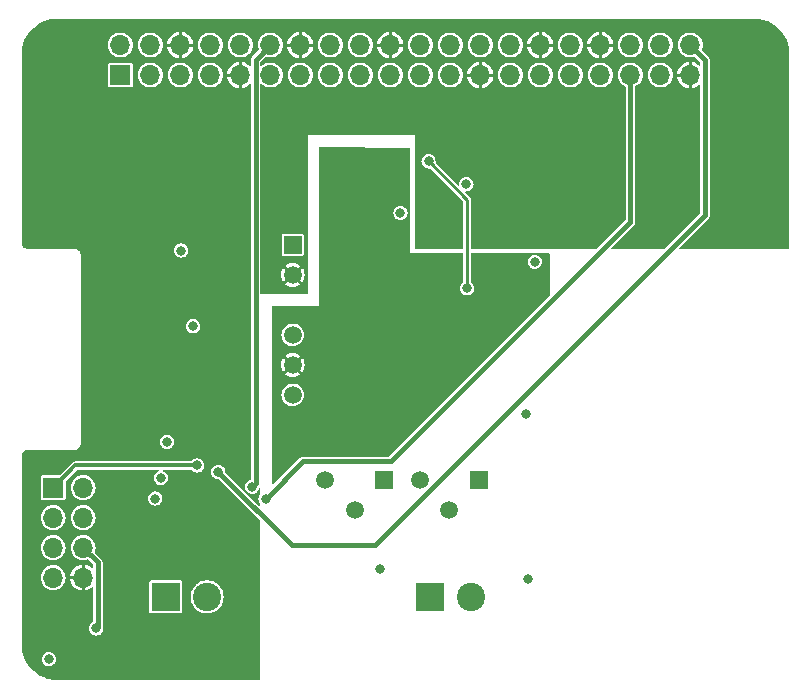
<source format=gbr>
%TF.GenerationSoftware,KiCad,Pcbnew,8.0.8*%
%TF.CreationDate,2025-02-25T11:28:35+01:00*%
%TF.ProjectId,ADC_16bit_board_v0r0,4144435f-3136-4626-9974-5f626f617264,rev?*%
%TF.SameCoordinates,Original*%
%TF.FileFunction,Copper,L4,Bot*%
%TF.FilePolarity,Positive*%
%FSLAX46Y46*%
G04 Gerber Fmt 4.6, Leading zero omitted, Abs format (unit mm)*
G04 Created by KiCad (PCBNEW 8.0.8) date 2025-02-25 11:28:35*
%MOMM*%
%LPD*%
G01*
G04 APERTURE LIST*
%TA.AperFunction,ComponentPad*%
%ADD10R,1.700000X1.700000*%
%TD*%
%TA.AperFunction,ComponentPad*%
%ADD11O,1.700000X1.700000*%
%TD*%
%TA.AperFunction,ComponentPad*%
%ADD12R,2.400000X2.400000*%
%TD*%
%TA.AperFunction,ComponentPad*%
%ADD13C,2.400000*%
%TD*%
%TA.AperFunction,ComponentPad*%
%ADD14R,1.500000X1.500000*%
%TD*%
%TA.AperFunction,ComponentPad*%
%ADD15C,1.500000*%
%TD*%
%TA.AperFunction,ComponentPad*%
%ADD16R,1.508000X1.508000*%
%TD*%
%TA.AperFunction,ComponentPad*%
%ADD17C,1.508000*%
%TD*%
%TA.AperFunction,ViaPad*%
%ADD18C,0.800000*%
%TD*%
%TA.AperFunction,Conductor*%
%ADD19C,0.250000*%
%TD*%
%TA.AperFunction,Conductor*%
%ADD20C,0.400000*%
%TD*%
%TA.AperFunction,Conductor*%
%ADD21C,0.300000*%
%TD*%
G04 APERTURE END LIST*
D10*
%TO.P,J4,1,Pin_1*%
%TO.N,GAIN*%
X194960000Y-100880000D03*
D11*
%TO.P,J4,2,Pin_2*%
%TO.N,VDD*%
X197500000Y-100880000D03*
%TO.P,J4,3,Pin_3*%
%TO.N,GAIN*%
X194960000Y-103420000D03*
%TO.P,J4,4,Pin_4*%
%TO.N,Net-(J4-Pin_4)*%
X197500000Y-103420000D03*
%TO.P,J4,5,Pin_5*%
%TO.N,GAIN*%
X194960000Y-105960000D03*
%TO.P,J4,6,Pin_6*%
%TO.N,Net-(J4-Pin_6)*%
X197500000Y-105960000D03*
%TO.P,J4,7,Pin_7*%
%TO.N,GAIN*%
X194960000Y-108500000D03*
%TO.P,J4,8,Pin_8*%
%TO.N,GND*%
X197500000Y-108500000D03*
%TD*%
D12*
%TO.P,J1,1,Pin_1*%
%TO.N,Net-(J1-Pin_1)*%
X226850000Y-110150000D03*
D13*
%TO.P,J1,2,Pin_2*%
%TO.N,Net-(J1-Pin_2)*%
X230350000Y-110150000D03*
%TD*%
D14*
%TO.P,U2,1,Vin*%
%TO.N,VBUS*%
X215250000Y-80325000D03*
D15*
%TO.P,U2,2,GND*%
%TO.N,GND*%
X215250000Y-82865000D03*
%TO.P,U2,4,-V_out*%
%TO.N,-5VA*%
X215250000Y-87945000D03*
%TO.P,U2,5,COM*%
%TO.N,GNDA*%
X215250000Y-90485000D03*
%TO.P,U2,6,+V_out*%
%TO.N,+5VA*%
X215250000Y-93025000D03*
%TD*%
D16*
%TO.P,RV1,1,1*%
%TO.N,Net-(U3-+)*%
X231000000Y-100250000D03*
D17*
%TO.P,RV1,2,2*%
%TO.N,Net-(C10-Pad2)*%
X228500000Y-102750000D03*
%TO.P,RV1,3,3*%
%TO.N,unconnected-(RV1-Pad3)*%
X226000000Y-100250000D03*
%TD*%
D16*
%TO.P,RV2,1,1*%
%TO.N,Net-(RV2-Pad1)*%
X223000000Y-100270000D03*
D17*
%TO.P,RV2,2,2*%
%TO.N,Net-(RV2-Pad2)*%
X220500000Y-102770000D03*
%TO.P,RV2,3,3*%
%TO.N,unconnected-(RV2-Pad3)*%
X218000000Y-100270000D03*
%TD*%
D12*
%TO.P,J2,1,Pin_1*%
%TO.N,Net-(J2-Pin_1)*%
X204500000Y-110109000D03*
D13*
%TO.P,J2,2,Pin_2*%
%TO.N,Net-(J2-Pin_2)*%
X208000000Y-110109000D03*
%TD*%
D10*
%TO.P,J3,1,Pin_1*%
%TO.N,+3V3*%
X200650000Y-65940000D03*
D11*
%TO.P,J3,2,Pin_2*%
%TO.N,VBUS*%
X200650000Y-63400000D03*
%TO.P,J3,3,Pin_3*%
%TO.N,/GPIO2{slash}SDA1*%
X203190000Y-65940000D03*
%TO.P,J3,4,Pin_4*%
%TO.N,VBUS*%
X203190000Y-63400000D03*
%TO.P,J3,5,Pin_5*%
%TO.N,/GPIO3{slash}SCL1*%
X205730000Y-65940000D03*
%TO.P,J3,6,Pin_6*%
%TO.N,GND*%
X205730000Y-63400000D03*
%TO.P,J3,7,Pin_7*%
%TO.N,/GPIO4{slash}GPCLK0*%
X208270000Y-65940000D03*
%TO.P,J3,8,Pin_8*%
%TO.N,/GPIO14{slash}TXD0*%
X208270000Y-63400000D03*
%TO.P,J3,9,Pin_9*%
%TO.N,GND*%
X210810000Y-65940000D03*
%TO.P,J3,10,Pin_10*%
%TO.N,/GPIO15{slash}RXD0*%
X210810000Y-63400000D03*
%TO.P,J3,11,Pin_11*%
%TO.N,/GPIO17*%
X213350000Y-65940000D03*
%TO.P,J3,12,Pin_12*%
%TO.N,I2S_BCLK*%
X213350000Y-63400000D03*
%TO.P,J3,13,Pin_13*%
%TO.N,/GPIO27*%
X215890000Y-65940000D03*
%TO.P,J3,14,Pin_14*%
%TO.N,GND*%
X215890000Y-63400000D03*
%TO.P,J3,15,Pin_15*%
%TO.N,/GPIO22*%
X218430000Y-65940000D03*
%TO.P,J3,16,Pin_16*%
%TO.N,/GPIO23*%
X218430000Y-63400000D03*
%TO.P,J3,17,Pin_17*%
%TO.N,+3V3*%
X220970000Y-65940000D03*
%TO.P,J3,18,Pin_18*%
%TO.N,/GPIO24*%
X220970000Y-63400000D03*
%TO.P,J3,19,Pin_19*%
%TO.N,SPI_MOSI*%
X223510000Y-65940000D03*
%TO.P,J3,20,Pin_20*%
%TO.N,GND*%
X223510000Y-63400000D03*
%TO.P,J3,21,Pin_21*%
%TO.N,SPI_MISO*%
X226050000Y-65940000D03*
%TO.P,J3,22,Pin_22*%
%TO.N,/GPIO25*%
X226050000Y-63400000D03*
%TO.P,J3,23,Pin_23*%
%TO.N,SPI_CLK*%
X228590000Y-65940000D03*
%TO.P,J3,24,Pin_24*%
%TO.N,SPI_CS*%
X228590000Y-63400000D03*
%TO.P,J3,25,Pin_25*%
%TO.N,GND*%
X231130000Y-65940000D03*
%TO.P,J3,26,Pin_26*%
%TO.N,/GPIO7{slash}SPI0.CE1*%
X231130000Y-63400000D03*
%TO.P,J3,27,Pin_27*%
%TO.N,/ID_SDA*%
X233670000Y-65940000D03*
%TO.P,J3,28,Pin_28*%
%TO.N,/ID_SCL*%
X233670000Y-63400000D03*
%TO.P,J3,29,Pin_29*%
%TO.N,/GPIO5*%
X236210000Y-65940000D03*
%TO.P,J3,30,Pin_30*%
%TO.N,GND*%
X236210000Y-63400000D03*
%TO.P,J3,31,Pin_31*%
%TO.N,/GPIO6*%
X238750000Y-65940000D03*
%TO.P,J3,32,Pin_32*%
%TO.N,/GPIO12{slash}PWM0*%
X238750000Y-63400000D03*
%TO.P,J3,33,Pin_33*%
%TO.N,/GPIO13{slash}PWM1*%
X241290000Y-65940000D03*
%TO.P,J3,34,Pin_34*%
%TO.N,GND*%
X241290000Y-63400000D03*
%TO.P,J3,35,Pin_35*%
%TO.N,I2S_LRCLK*%
X243830000Y-65940000D03*
%TO.P,J3,36,Pin_36*%
%TO.N,/GPIO16*%
X243830000Y-63400000D03*
%TO.P,J3,37,Pin_37*%
%TO.N,/GPIO26*%
X246370000Y-65940000D03*
%TO.P,J3,38,Pin_38*%
%TO.N,/GPIO20{slash}PCM.DIN*%
X246370000Y-63400000D03*
%TO.P,J3,39,Pin_39*%
%TO.N,GND*%
X248910000Y-65940000D03*
%TO.P,J3,40,Pin_40*%
%TO.N,I2S_DOUT*%
X248910000Y-63400000D03*
%TD*%
D18*
%TO.N,SPI_MOSI*%
X226750000Y-73250000D03*
X230000000Y-84000000D03*
%TO.N,+5VA*%
X224367083Y-77603493D03*
X235200000Y-108600000D03*
%TO.N,VDD*%
X203600000Y-101800000D03*
X229950000Y-75200000D03*
X235750000Y-81750000D03*
X194600000Y-115400000D03*
X204088590Y-100050000D03*
X204600000Y-97000000D03*
X206800000Y-87200000D03*
%TO.N,VBUS*%
X205800000Y-80800000D03*
%TO.N,-5VA*%
X222600000Y-107800000D03*
X235000000Y-94600000D03*
%TO.N,I2S_LRCLK*%
X212950000Y-101800000D03*
%TO.N,GND*%
X232500000Y-78000000D03*
X232500000Y-75000000D03*
X232500000Y-76500000D03*
X234000000Y-76500000D03*
%TO.N,I2S_DOUT*%
X208950000Y-99550000D03*
%TO.N,I2S_BCLK*%
X211800000Y-100800000D03*
%TO.N,GAIN*%
X207150000Y-99000000D03*
%TO.N,Net-(J4-Pin_6)*%
X198600000Y-112800000D03*
%TD*%
D19*
%TO.N,SPI_MOSI*%
X230000000Y-76500000D02*
X226750000Y-73250000D01*
X230000000Y-84000000D02*
X230000000Y-76500000D01*
D20*
%TO.N,I2S_LRCLK*%
X223550000Y-98650000D02*
X243830000Y-78370000D01*
X223550000Y-98650000D02*
X216100000Y-98650000D01*
X216100000Y-98650000D02*
X212950000Y-101800000D01*
X243830000Y-65940000D02*
X243830000Y-78370000D01*
%TO.N,I2S_DOUT*%
X250160000Y-77790000D02*
X222200000Y-105750000D01*
X250160000Y-64650000D02*
X250160000Y-77790000D01*
X248910000Y-63400000D02*
X250160000Y-64650000D01*
X215150000Y-105750000D02*
X208950000Y-99550000D01*
X222200000Y-105750000D02*
X215150000Y-105750000D01*
%TO.N,I2S_BCLK*%
X212100000Y-64650000D02*
X212100000Y-100500000D01*
X212100000Y-100500000D02*
X211800000Y-100800000D01*
X213350000Y-63400000D02*
X212100000Y-64650000D01*
D21*
%TO.N,GAIN*%
X196840000Y-99000000D02*
X207150000Y-99000000D01*
X194960000Y-100880000D02*
X196840000Y-99000000D01*
D20*
%TO.N,Net-(J4-Pin_6)*%
X197500000Y-105960000D02*
X198750000Y-107210000D01*
X198750000Y-107210000D02*
X198750000Y-112650000D01*
X198750000Y-112650000D02*
X198600000Y-112800000D01*
%TD*%
%TA.AperFunction,Conductor*%
%TO.N,GNDA*%
G36*
X217563700Y-72000827D02*
G01*
X225137819Y-72099192D01*
X225182122Y-72118222D01*
X225200000Y-72162187D01*
X225200000Y-81000000D01*
X229611500Y-81000000D01*
X229656048Y-81018452D01*
X229674500Y-81063000D01*
X229674500Y-83461782D01*
X229656048Y-83506330D01*
X229649852Y-83511763D01*
X229571719Y-83571717D01*
X229571713Y-83571723D01*
X229475464Y-83697158D01*
X229475463Y-83697160D01*
X229414956Y-83843233D01*
X229414956Y-83843236D01*
X229394318Y-83999999D01*
X229394318Y-84000000D01*
X229414956Y-84156763D01*
X229414956Y-84156766D01*
X229475463Y-84302839D01*
X229475464Y-84302841D01*
X229571714Y-84428278D01*
X229571721Y-84428285D01*
X229665798Y-84500472D01*
X229697159Y-84524536D01*
X229789274Y-84562691D01*
X229843235Y-84585043D01*
X229843238Y-84585044D01*
X230000000Y-84605682D01*
X230156762Y-84585044D01*
X230156764Y-84585043D01*
X230156766Y-84585043D01*
X230221365Y-84558284D01*
X230302841Y-84524536D01*
X230428282Y-84428282D01*
X230524536Y-84302841D01*
X230558284Y-84221365D01*
X230585043Y-84156766D01*
X230585043Y-84156764D01*
X230585044Y-84156762D01*
X230605682Y-84000000D01*
X230585044Y-83843238D01*
X230585043Y-83843235D01*
X230585043Y-83843233D01*
X230524536Y-83697160D01*
X230524535Y-83697158D01*
X230428286Y-83571723D01*
X230428285Y-83571722D01*
X230428282Y-83571718D01*
X230350148Y-83511763D01*
X230326039Y-83470005D01*
X230325500Y-83461782D01*
X230325500Y-81749999D01*
X235144318Y-81749999D01*
X235144318Y-81750000D01*
X235164956Y-81906763D01*
X235164956Y-81906766D01*
X235225463Y-82052839D01*
X235225464Y-82052841D01*
X235321714Y-82178278D01*
X235321721Y-82178285D01*
X235415798Y-82250472D01*
X235447159Y-82274536D01*
X235539274Y-82312691D01*
X235593235Y-82335043D01*
X235593238Y-82335044D01*
X235750000Y-82355682D01*
X235906762Y-82335044D01*
X235906764Y-82335043D01*
X235906766Y-82335043D01*
X235971365Y-82308284D01*
X236052841Y-82274536D01*
X236178282Y-82178282D01*
X236274536Y-82052841D01*
X236308284Y-81971365D01*
X236335043Y-81906766D01*
X236335043Y-81906764D01*
X236335044Y-81906762D01*
X236355682Y-81750000D01*
X236335044Y-81593238D01*
X236335043Y-81593235D01*
X236335043Y-81593233D01*
X236274536Y-81447160D01*
X236274535Y-81447158D01*
X236178285Y-81321721D01*
X236178278Y-81321714D01*
X236052841Y-81225464D01*
X236052839Y-81225463D01*
X235906764Y-81164956D01*
X235750000Y-81144318D01*
X235593236Y-81164956D01*
X235593233Y-81164956D01*
X235447160Y-81225463D01*
X235447158Y-81225464D01*
X235321721Y-81321714D01*
X235321714Y-81321721D01*
X235225464Y-81447158D01*
X235225463Y-81447160D01*
X235164956Y-81593233D01*
X235164956Y-81593236D01*
X235144318Y-81749999D01*
X230325500Y-81749999D01*
X230325500Y-81063000D01*
X230343952Y-81018452D01*
X230388500Y-81000000D01*
X236937000Y-81000000D01*
X236981548Y-81018452D01*
X237000000Y-81063000D01*
X237000000Y-84607511D01*
X236981548Y-84652059D01*
X223402559Y-98231048D01*
X223358011Y-98249500D01*
X216156598Y-98249500D01*
X216156582Y-98249499D01*
X216152727Y-98249499D01*
X216047273Y-98249499D01*
X216047271Y-98249499D01*
X215945418Y-98276791D01*
X215945415Y-98276792D01*
X215854086Y-98329520D01*
X215779518Y-98404089D01*
X213607548Y-100576058D01*
X213563000Y-100594510D01*
X213518452Y-100576058D01*
X213500000Y-100531510D01*
X213500000Y-93025000D01*
X214294901Y-93025000D01*
X214313253Y-93211333D01*
X214313255Y-93211339D01*
X214367600Y-93390491D01*
X214367605Y-93390504D01*
X214446806Y-93538678D01*
X214455864Y-93555625D01*
X214574643Y-93700357D01*
X214719375Y-93819136D01*
X214884499Y-93907396D01*
X214884504Y-93907397D01*
X214884508Y-93907399D01*
X214974084Y-93934571D01*
X215063669Y-93961747D01*
X215250000Y-93980099D01*
X215436331Y-93961747D01*
X215615501Y-93907396D01*
X215780625Y-93819136D01*
X215925357Y-93700357D01*
X216044136Y-93555625D01*
X216132396Y-93390501D01*
X216186747Y-93211331D01*
X216205099Y-93025000D01*
X216186747Y-92838669D01*
X216132396Y-92659499D01*
X216044136Y-92494375D01*
X215925357Y-92349643D01*
X215780625Y-92230864D01*
X215763678Y-92221806D01*
X215615504Y-92142605D01*
X215615491Y-92142600D01*
X215436339Y-92088255D01*
X215436333Y-92088253D01*
X215250000Y-92069901D01*
X215063666Y-92088253D01*
X215063660Y-92088255D01*
X214884508Y-92142600D01*
X214884495Y-92142605D01*
X214719376Y-92230863D01*
X214574643Y-92349643D01*
X214455863Y-92494376D01*
X214367605Y-92659495D01*
X214367600Y-92659508D01*
X214313255Y-92838660D01*
X214313253Y-92838666D01*
X214294901Y-93025000D01*
X213500000Y-93025000D01*
X213500000Y-90485000D01*
X214239132Y-90485000D01*
X214258556Y-90682213D01*
X214258558Y-90682219D01*
X214316076Y-90871832D01*
X214316081Y-90871844D01*
X214409494Y-91046608D01*
X214453612Y-91100366D01*
X214817716Y-90736261D01*
X214849901Y-90792007D01*
X214942993Y-90885099D01*
X214998735Y-90917282D01*
X214634633Y-91281385D01*
X214688395Y-91325508D01*
X214863154Y-91418918D01*
X214863167Y-91418923D01*
X215052780Y-91476441D01*
X215052786Y-91476443D01*
X215250000Y-91495867D01*
X215447213Y-91476443D01*
X215447219Y-91476441D01*
X215636832Y-91418923D01*
X215636845Y-91418918D01*
X215811607Y-91325506D01*
X215865366Y-91281386D01*
X215501262Y-90917282D01*
X215557007Y-90885099D01*
X215650099Y-90792007D01*
X215682282Y-90736262D01*
X216046386Y-91100366D01*
X216090506Y-91046607D01*
X216183918Y-90871845D01*
X216183923Y-90871832D01*
X216241441Y-90682219D01*
X216241443Y-90682213D01*
X216260867Y-90485000D01*
X216241443Y-90287786D01*
X216241441Y-90287780D01*
X216183923Y-90098167D01*
X216183918Y-90098154D01*
X216090508Y-89923395D01*
X216046385Y-89869633D01*
X215682282Y-90233735D01*
X215650099Y-90177993D01*
X215557007Y-90084901D01*
X215501261Y-90052716D01*
X215865366Y-89688612D01*
X215811608Y-89644494D01*
X215811609Y-89644494D01*
X215636844Y-89551081D01*
X215636832Y-89551076D01*
X215447219Y-89493558D01*
X215447213Y-89493556D01*
X215250000Y-89474132D01*
X215052786Y-89493556D01*
X215052780Y-89493558D01*
X214863167Y-89551076D01*
X214863155Y-89551081D01*
X214688390Y-89644494D01*
X214634632Y-89688612D01*
X214998737Y-90052717D01*
X214942993Y-90084901D01*
X214849901Y-90177993D01*
X214817717Y-90233737D01*
X214453612Y-89869632D01*
X214409494Y-89923390D01*
X214316081Y-90098155D01*
X214316076Y-90098167D01*
X214258558Y-90287780D01*
X214258556Y-90287786D01*
X214239132Y-90485000D01*
X213500000Y-90485000D01*
X213500000Y-87945000D01*
X214294901Y-87945000D01*
X214313253Y-88131333D01*
X214313255Y-88131339D01*
X214367600Y-88310491D01*
X214367605Y-88310504D01*
X214446806Y-88458678D01*
X214455864Y-88475625D01*
X214574643Y-88620357D01*
X214719375Y-88739136D01*
X214884499Y-88827396D01*
X214884504Y-88827397D01*
X214884508Y-88827399D01*
X214974084Y-88854571D01*
X215063669Y-88881747D01*
X215250000Y-88900099D01*
X215436331Y-88881747D01*
X215615501Y-88827396D01*
X215780625Y-88739136D01*
X215925357Y-88620357D01*
X216044136Y-88475625D01*
X216132396Y-88310501D01*
X216186747Y-88131331D01*
X216205099Y-87945000D01*
X216186747Y-87758669D01*
X216132396Y-87579499D01*
X216044136Y-87414375D01*
X215925357Y-87269643D01*
X215780625Y-87150864D01*
X215763678Y-87141806D01*
X215615504Y-87062605D01*
X215615491Y-87062600D01*
X215436339Y-87008255D01*
X215436333Y-87008253D01*
X215250000Y-86989901D01*
X215063666Y-87008253D01*
X215063660Y-87008255D01*
X214884508Y-87062600D01*
X214884495Y-87062605D01*
X214719376Y-87150863D01*
X214574643Y-87269643D01*
X214455863Y-87414376D01*
X214367605Y-87579495D01*
X214367600Y-87579508D01*
X214313255Y-87758660D01*
X214313253Y-87758666D01*
X214294901Y-87945000D01*
X213500000Y-87945000D01*
X213500000Y-85563000D01*
X213518452Y-85518452D01*
X213563000Y-85500000D01*
X217499999Y-85500000D01*
X217500000Y-85500000D01*
X217500000Y-77603492D01*
X223761401Y-77603492D01*
X223761401Y-77603493D01*
X223782039Y-77760256D01*
X223782039Y-77760259D01*
X223842546Y-77906332D01*
X223842547Y-77906334D01*
X223938797Y-78031771D01*
X223938804Y-78031778D01*
X224032881Y-78103965D01*
X224064242Y-78128029D01*
X224156357Y-78166184D01*
X224210318Y-78188536D01*
X224210321Y-78188537D01*
X224367083Y-78209175D01*
X224523845Y-78188537D01*
X224523847Y-78188536D01*
X224523849Y-78188536D01*
X224588448Y-78161777D01*
X224669924Y-78128029D01*
X224795365Y-78031775D01*
X224891619Y-77906334D01*
X224925367Y-77824858D01*
X224952126Y-77760259D01*
X224952126Y-77760257D01*
X224952127Y-77760255D01*
X224972765Y-77603493D01*
X224952127Y-77446731D01*
X224952126Y-77446728D01*
X224952126Y-77446726D01*
X224891619Y-77300653D01*
X224891618Y-77300651D01*
X224795368Y-77175214D01*
X224795361Y-77175207D01*
X224669924Y-77078957D01*
X224669922Y-77078956D01*
X224523847Y-77018449D01*
X224367083Y-76997811D01*
X224210319Y-77018449D01*
X224210316Y-77018449D01*
X224064243Y-77078956D01*
X224064241Y-77078957D01*
X223938804Y-77175207D01*
X223938797Y-77175214D01*
X223842547Y-77300651D01*
X223842546Y-77300653D01*
X223782039Y-77446726D01*
X223782039Y-77446729D01*
X223761401Y-77603492D01*
X217500000Y-77603492D01*
X217500000Y-72063823D01*
X217518452Y-72019275D01*
X217563000Y-72000823D01*
X217563700Y-72000827D01*
G37*
%TD.AperFunction*%
%TD*%
%TA.AperFunction,Conductor*%
%TO.N,GND*%
G36*
X254300427Y-61160005D02*
G01*
X254465261Y-61162316D01*
X254471408Y-61162705D01*
X254799411Y-61199662D01*
X254806362Y-61200843D01*
X255096753Y-61267123D01*
X255127704Y-61274188D01*
X255134494Y-61276143D01*
X255445623Y-61385012D01*
X255452141Y-61387712D01*
X255749114Y-61530727D01*
X255755294Y-61534142D01*
X256034390Y-61709510D01*
X256040152Y-61713599D01*
X256297845Y-61919102D01*
X256303113Y-61923809D01*
X256536190Y-62156886D01*
X256540897Y-62162154D01*
X256746400Y-62419847D01*
X256750489Y-62425609D01*
X256925857Y-62704705D01*
X256929274Y-62710888D01*
X257072285Y-63007854D01*
X257074989Y-63014381D01*
X257183856Y-63325506D01*
X257185811Y-63332295D01*
X257259154Y-63653630D01*
X257260338Y-63660595D01*
X257297293Y-63988579D01*
X257297683Y-63994750D01*
X257299994Y-64159572D01*
X257300000Y-64160455D01*
X257300000Y-80637000D01*
X257281548Y-80681548D01*
X257237000Y-80700000D01*
X247968489Y-80700000D01*
X247923941Y-80681548D01*
X247905489Y-80637000D01*
X247923941Y-80592452D01*
X248357407Y-80158986D01*
X250480480Y-78035913D01*
X250533207Y-77944588D01*
X250560500Y-77842727D01*
X250560500Y-77737273D01*
X250560500Y-64597273D01*
X250533207Y-64495413D01*
X250533207Y-64495412D01*
X250533206Y-64495408D01*
X250480484Y-64404093D01*
X250480482Y-64404090D01*
X250480480Y-64404087D01*
X249910795Y-63834402D01*
X249892343Y-63789854D01*
X249895055Y-63771570D01*
X249945300Y-63605934D01*
X249965583Y-63400000D01*
X249945300Y-63194066D01*
X249890794Y-63014381D01*
X249885233Y-62996047D01*
X249885232Y-62996045D01*
X249787687Y-62813553D01*
X249787685Y-62813550D01*
X249656410Y-62653590D01*
X249496450Y-62522315D01*
X249496449Y-62522314D01*
X249496446Y-62522312D01*
X249313954Y-62424767D01*
X249313952Y-62424766D01*
X249115942Y-62364702D01*
X249115936Y-62364700D01*
X248910000Y-62344417D01*
X248704063Y-62364700D01*
X248704057Y-62364702D01*
X248506047Y-62424766D01*
X248506045Y-62424767D01*
X248323553Y-62522312D01*
X248163590Y-62653590D01*
X248032312Y-62813553D01*
X247934767Y-62996045D01*
X247934766Y-62996047D01*
X247874702Y-63194057D01*
X247874700Y-63194063D01*
X247854417Y-63400000D01*
X247874700Y-63605936D01*
X247874702Y-63605942D01*
X247934766Y-63803952D01*
X247934767Y-63803954D01*
X248032312Y-63986446D01*
X248032314Y-63986449D01*
X248032315Y-63986450D01*
X248163590Y-64146410D01*
X248323550Y-64277685D01*
X248323551Y-64277685D01*
X248323553Y-64277687D01*
X248506045Y-64375232D01*
X248506047Y-64375233D01*
X248648763Y-64418524D01*
X248704066Y-64435300D01*
X248910000Y-64455583D01*
X249115934Y-64435300D01*
X249281567Y-64385056D01*
X249329552Y-64389782D01*
X249344402Y-64400795D01*
X249741048Y-64797441D01*
X249759500Y-64841989D01*
X249759500Y-65075142D01*
X249741048Y-65119690D01*
X249696500Y-65138142D01*
X249654057Y-65121700D01*
X249579367Y-65053611D01*
X249405097Y-64945707D01*
X249213971Y-64871665D01*
X249213961Y-64871662D01*
X249038000Y-64838768D01*
X249038000Y-65456659D01*
X248975826Y-65440000D01*
X248844174Y-65440000D01*
X248782000Y-65456659D01*
X248782000Y-64838768D01*
X248606038Y-64871662D01*
X248606028Y-64871665D01*
X248414902Y-64945707D01*
X248240629Y-65053613D01*
X248089158Y-65191698D01*
X248089151Y-65191705D01*
X247965634Y-65355268D01*
X247965629Y-65355276D01*
X247874268Y-65538753D01*
X247818172Y-65735906D01*
X247818172Y-65735908D01*
X247811122Y-65811999D01*
X247811123Y-65812000D01*
X248426660Y-65812000D01*
X248410000Y-65874174D01*
X248410000Y-66005826D01*
X248426660Y-66068000D01*
X247811122Y-66068000D01*
X247818172Y-66144091D01*
X247818172Y-66144093D01*
X247874268Y-66341246D01*
X247965629Y-66524723D01*
X247965634Y-66524731D01*
X248089151Y-66688294D01*
X248089158Y-66688301D01*
X248240629Y-66826386D01*
X248240628Y-66826386D01*
X248414902Y-66934292D01*
X248606028Y-67008334D01*
X248606039Y-67008337D01*
X248781999Y-67041230D01*
X248782000Y-67041230D01*
X248782000Y-66423340D01*
X248844174Y-66440000D01*
X248975826Y-66440000D01*
X249038000Y-66423340D01*
X249038000Y-67041230D01*
X249213960Y-67008337D01*
X249213971Y-67008334D01*
X249405097Y-66934292D01*
X249579370Y-66826386D01*
X249654057Y-66758300D01*
X249699409Y-66741924D01*
X249743057Y-66762414D01*
X249759500Y-66804857D01*
X249759500Y-77598011D01*
X249741048Y-77642559D01*
X246702059Y-80681548D01*
X246657511Y-80700000D01*
X242218489Y-80700000D01*
X242173941Y-80681548D01*
X242155489Y-80637000D01*
X242173941Y-80592452D01*
X242607407Y-80158986D01*
X244150480Y-78615913D01*
X244203207Y-78524588D01*
X244230500Y-78422727D01*
X244230500Y-78317273D01*
X244230500Y-66954838D01*
X244248952Y-66910290D01*
X244263798Y-66899279D01*
X244416450Y-66817685D01*
X244576410Y-66686410D01*
X244707685Y-66526450D01*
X244805232Y-66343954D01*
X244806054Y-66341246D01*
X244834640Y-66247007D01*
X244865300Y-66145934D01*
X244885583Y-65940000D01*
X245314417Y-65940000D01*
X245334700Y-66145936D01*
X245334702Y-66145942D01*
X245394766Y-66343952D01*
X245394767Y-66343954D01*
X245492312Y-66526446D01*
X245492314Y-66526449D01*
X245492315Y-66526450D01*
X245623590Y-66686410D01*
X245783550Y-66817685D01*
X245783551Y-66817685D01*
X245783553Y-66817687D01*
X245966045Y-66915232D01*
X245966047Y-66915233D01*
X246096611Y-66954838D01*
X246164066Y-66975300D01*
X246370000Y-66995583D01*
X246575934Y-66975300D01*
X246710264Y-66934552D01*
X246773952Y-66915233D01*
X246773954Y-66915232D01*
X246861886Y-66868231D01*
X246956450Y-66817685D01*
X247116410Y-66686410D01*
X247247685Y-66526450D01*
X247345232Y-66343954D01*
X247346054Y-66341246D01*
X247374640Y-66247007D01*
X247405300Y-66145934D01*
X247425583Y-65940000D01*
X247405300Y-65734066D01*
X247374640Y-65632993D01*
X247345233Y-65536047D01*
X247345232Y-65536045D01*
X247247687Y-65353553D01*
X247247685Y-65353550D01*
X247116410Y-65193590D01*
X246956450Y-65062315D01*
X246956449Y-65062314D01*
X246956446Y-65062312D01*
X246773954Y-64964767D01*
X246773952Y-64964766D01*
X246575942Y-64904702D01*
X246575936Y-64904700D01*
X246370000Y-64884417D01*
X246164063Y-64904700D01*
X246164057Y-64904702D01*
X245966047Y-64964766D01*
X245966045Y-64964767D01*
X245783553Y-65062312D01*
X245623590Y-65193590D01*
X245492312Y-65353553D01*
X245394767Y-65536045D01*
X245394766Y-65536047D01*
X245334702Y-65734057D01*
X245334700Y-65734063D01*
X245314417Y-65940000D01*
X244885583Y-65940000D01*
X244865300Y-65734066D01*
X244834640Y-65632993D01*
X244805233Y-65536047D01*
X244805232Y-65536045D01*
X244707687Y-65353553D01*
X244707685Y-65353550D01*
X244576410Y-65193590D01*
X244416450Y-65062315D01*
X244416449Y-65062314D01*
X244416446Y-65062312D01*
X244233954Y-64964767D01*
X244233952Y-64964766D01*
X244035942Y-64904702D01*
X244035936Y-64904700D01*
X243830000Y-64884417D01*
X243624063Y-64904700D01*
X243624057Y-64904702D01*
X243426047Y-64964766D01*
X243426045Y-64964767D01*
X243243553Y-65062312D01*
X243083590Y-65193590D01*
X242952312Y-65353553D01*
X242854767Y-65536045D01*
X242854766Y-65536047D01*
X242794702Y-65734057D01*
X242794700Y-65734063D01*
X242774417Y-65940000D01*
X242794700Y-66145936D01*
X242794702Y-66145942D01*
X242854766Y-66343952D01*
X242854767Y-66343954D01*
X242952312Y-66526446D01*
X242952314Y-66526449D01*
X242952315Y-66526450D01*
X243083590Y-66686410D01*
X243243550Y-66817685D01*
X243243551Y-66817685D01*
X243243553Y-66817687D01*
X243259828Y-66826386D01*
X243396199Y-66899278D01*
X243426787Y-66936550D01*
X243429500Y-66954838D01*
X243429500Y-78178011D01*
X243411048Y-78222559D01*
X240952059Y-80681548D01*
X240907511Y-80700000D01*
X230388500Y-80700000D01*
X230343952Y-80681548D01*
X230325500Y-80637000D01*
X230325500Y-76457147D01*
X230325499Y-76457145D01*
X230305465Y-76382375D01*
X230305464Y-76382371D01*
X230303317Y-76374357D01*
X230260466Y-76300139D01*
X229869347Y-75909020D01*
X229850895Y-75864472D01*
X229869347Y-75819924D01*
X229913895Y-75801472D01*
X229922112Y-75802010D01*
X229950000Y-75805682D01*
X230106762Y-75785044D01*
X230106764Y-75785043D01*
X230106766Y-75785043D01*
X230188478Y-75751196D01*
X230252841Y-75724536D01*
X230378282Y-75628282D01*
X230474536Y-75502841D01*
X230508284Y-75421365D01*
X230535043Y-75356766D01*
X230535043Y-75356764D01*
X230535044Y-75356762D01*
X230555682Y-75200000D01*
X230535044Y-75043238D01*
X230535043Y-75043235D01*
X230535043Y-75043233D01*
X230474536Y-74897160D01*
X230474535Y-74897158D01*
X230378285Y-74771721D01*
X230378278Y-74771714D01*
X230252841Y-74675464D01*
X230252839Y-74675463D01*
X230106764Y-74614956D01*
X229950000Y-74594318D01*
X229793236Y-74614956D01*
X229793233Y-74614956D01*
X229647160Y-74675463D01*
X229647158Y-74675464D01*
X229521721Y-74771714D01*
X229521714Y-74771721D01*
X229425464Y-74897158D01*
X229425463Y-74897160D01*
X229364956Y-75043233D01*
X229364956Y-75043236D01*
X229344318Y-75199999D01*
X229344318Y-75200001D01*
X229347988Y-75227882D01*
X229335508Y-75274457D01*
X229293749Y-75298565D01*
X229247174Y-75286085D01*
X229240979Y-75280652D01*
X227360739Y-73400412D01*
X227342287Y-73355864D01*
X227342825Y-73347650D01*
X227355682Y-73250000D01*
X227335044Y-73093238D01*
X227335043Y-73093235D01*
X227335043Y-73093233D01*
X227274536Y-72947160D01*
X227274535Y-72947158D01*
X227178285Y-72821721D01*
X227178278Y-72821714D01*
X227052841Y-72725464D01*
X227052839Y-72725463D01*
X226906764Y-72664956D01*
X226750000Y-72644318D01*
X226593236Y-72664956D01*
X226593233Y-72664956D01*
X226447160Y-72725463D01*
X226447158Y-72725464D01*
X226321721Y-72821714D01*
X226321714Y-72821721D01*
X226225464Y-72947158D01*
X226225463Y-72947160D01*
X226164956Y-73093233D01*
X226164956Y-73093236D01*
X226144318Y-73249999D01*
X226144318Y-73250000D01*
X226164956Y-73406763D01*
X226164956Y-73406766D01*
X226225463Y-73552839D01*
X226225464Y-73552841D01*
X226321714Y-73678278D01*
X226321721Y-73678285D01*
X226415798Y-73750472D01*
X226447159Y-73774536D01*
X226539274Y-73812691D01*
X226593235Y-73835043D01*
X226593238Y-73835044D01*
X226750000Y-73855682D01*
X226847641Y-73842826D01*
X226894215Y-73855305D01*
X226900412Y-73860739D01*
X229656048Y-76616375D01*
X229674500Y-76660923D01*
X229674500Y-80637000D01*
X229656048Y-80681548D01*
X229611500Y-80700000D01*
X225663000Y-80700000D01*
X225618452Y-80681548D01*
X225600000Y-80637000D01*
X225600000Y-71000001D01*
X225600000Y-71000000D01*
X225599999Y-71000000D01*
X216500001Y-71000000D01*
X216500000Y-71000000D01*
X216500000Y-71000001D01*
X216500000Y-84437000D01*
X216481548Y-84481548D01*
X216437000Y-84500000D01*
X212563500Y-84500000D01*
X212518952Y-84481548D01*
X212500500Y-84437000D01*
X212500500Y-82865000D01*
X214239132Y-82865000D01*
X214258556Y-83062213D01*
X214258558Y-83062219D01*
X214316076Y-83251832D01*
X214316081Y-83251844D01*
X214409494Y-83426608D01*
X214453612Y-83480366D01*
X214817716Y-83116261D01*
X214849901Y-83172007D01*
X214942993Y-83265099D01*
X214998735Y-83297282D01*
X214634633Y-83661385D01*
X214688395Y-83705508D01*
X214863154Y-83798918D01*
X214863167Y-83798923D01*
X215052780Y-83856441D01*
X215052786Y-83856443D01*
X215250000Y-83875867D01*
X215447213Y-83856443D01*
X215447219Y-83856441D01*
X215636832Y-83798923D01*
X215636845Y-83798918D01*
X215811607Y-83705506D01*
X215865366Y-83661386D01*
X215501262Y-83297282D01*
X215557007Y-83265099D01*
X215650099Y-83172007D01*
X215682282Y-83116262D01*
X216046386Y-83480366D01*
X216090506Y-83426607D01*
X216183918Y-83251845D01*
X216183923Y-83251832D01*
X216241441Y-83062219D01*
X216241443Y-83062213D01*
X216260867Y-82865000D01*
X216241443Y-82667786D01*
X216241441Y-82667780D01*
X216183923Y-82478167D01*
X216183918Y-82478154D01*
X216090508Y-82303395D01*
X216046385Y-82249633D01*
X215682282Y-82613735D01*
X215650099Y-82557993D01*
X215557007Y-82464901D01*
X215501261Y-82432716D01*
X215865366Y-82068612D01*
X215811608Y-82024494D01*
X215811609Y-82024494D01*
X215636844Y-81931081D01*
X215636832Y-81931076D01*
X215447219Y-81873558D01*
X215447213Y-81873556D01*
X215250000Y-81854132D01*
X215052786Y-81873556D01*
X215052780Y-81873558D01*
X214863167Y-81931076D01*
X214863155Y-81931081D01*
X214688390Y-82024494D01*
X214634632Y-82068612D01*
X214998737Y-82432717D01*
X214942993Y-82464901D01*
X214849901Y-82557993D01*
X214817717Y-82613737D01*
X214453612Y-82249632D01*
X214409494Y-82303390D01*
X214316081Y-82478155D01*
X214316076Y-82478167D01*
X214258558Y-82667780D01*
X214258556Y-82667786D01*
X214239132Y-82865000D01*
X212500500Y-82865000D01*
X212500500Y-79555252D01*
X214299500Y-79555252D01*
X214299500Y-81094748D01*
X214311133Y-81153231D01*
X214355448Y-81219552D01*
X214421769Y-81263867D01*
X214480252Y-81275500D01*
X214480255Y-81275500D01*
X216019745Y-81275500D01*
X216019748Y-81275500D01*
X216078231Y-81263867D01*
X216144552Y-81219552D01*
X216188867Y-81153231D01*
X216200500Y-81094748D01*
X216200500Y-79555252D01*
X216188867Y-79496769D01*
X216144552Y-79430448D01*
X216078231Y-79386133D01*
X216019748Y-79374500D01*
X214480252Y-79374500D01*
X214436389Y-79383224D01*
X214421768Y-79386133D01*
X214355449Y-79430447D01*
X214355447Y-79430449D01*
X214311133Y-79496768D01*
X214311133Y-79496769D01*
X214299500Y-79555252D01*
X212500500Y-79555252D01*
X212500500Y-66735008D01*
X212518952Y-66690460D01*
X212563500Y-66672008D01*
X212603467Y-66686308D01*
X212603587Y-66686406D01*
X212603590Y-66686410D01*
X212763550Y-66817685D01*
X212763551Y-66817685D01*
X212763553Y-66817687D01*
X212946045Y-66915232D01*
X212946047Y-66915233D01*
X213076611Y-66954838D01*
X213144066Y-66975300D01*
X213350000Y-66995583D01*
X213555934Y-66975300D01*
X213690264Y-66934552D01*
X213753952Y-66915233D01*
X213753954Y-66915232D01*
X213841886Y-66868231D01*
X213936450Y-66817685D01*
X214096410Y-66686410D01*
X214227685Y-66526450D01*
X214325232Y-66343954D01*
X214326054Y-66341246D01*
X214354640Y-66247007D01*
X214385300Y-66145934D01*
X214405583Y-65940000D01*
X214834417Y-65940000D01*
X214854700Y-66145936D01*
X214854702Y-66145942D01*
X214914766Y-66343952D01*
X214914767Y-66343954D01*
X215012312Y-66526446D01*
X215012314Y-66526449D01*
X215012315Y-66526450D01*
X215143590Y-66686410D01*
X215303550Y-66817685D01*
X215303551Y-66817685D01*
X215303553Y-66817687D01*
X215486045Y-66915232D01*
X215486047Y-66915233D01*
X215616611Y-66954838D01*
X215684066Y-66975300D01*
X215890000Y-66995583D01*
X216095934Y-66975300D01*
X216230264Y-66934552D01*
X216293952Y-66915233D01*
X216293954Y-66915232D01*
X216381886Y-66868231D01*
X216476450Y-66817685D01*
X216636410Y-66686410D01*
X216767685Y-66526450D01*
X216865232Y-66343954D01*
X216866054Y-66341246D01*
X216894640Y-66247007D01*
X216925300Y-66145934D01*
X216945583Y-65940000D01*
X217374417Y-65940000D01*
X217394700Y-66145936D01*
X217394702Y-66145942D01*
X217454766Y-66343952D01*
X217454767Y-66343954D01*
X217552312Y-66526446D01*
X217552314Y-66526449D01*
X217552315Y-66526450D01*
X217683590Y-66686410D01*
X217843550Y-66817685D01*
X217843551Y-66817685D01*
X217843553Y-66817687D01*
X218026045Y-66915232D01*
X218026047Y-66915233D01*
X218156611Y-66954838D01*
X218224066Y-66975300D01*
X218430000Y-66995583D01*
X218635934Y-66975300D01*
X218770264Y-66934552D01*
X218833952Y-66915233D01*
X218833954Y-66915232D01*
X218921886Y-66868231D01*
X219016450Y-66817685D01*
X219176410Y-66686410D01*
X219307685Y-66526450D01*
X219405232Y-66343954D01*
X219406054Y-66341246D01*
X219434640Y-66247007D01*
X219465300Y-66145934D01*
X219485583Y-65940000D01*
X219914417Y-65940000D01*
X219934700Y-66145936D01*
X219934702Y-66145942D01*
X219994766Y-66343952D01*
X219994767Y-66343954D01*
X220092312Y-66526446D01*
X220092314Y-66526449D01*
X220092315Y-66526450D01*
X220223590Y-66686410D01*
X220383550Y-66817685D01*
X220383551Y-66817685D01*
X220383553Y-66817687D01*
X220566045Y-66915232D01*
X220566047Y-66915233D01*
X220696611Y-66954838D01*
X220764066Y-66975300D01*
X220970000Y-66995583D01*
X221175934Y-66975300D01*
X221310264Y-66934552D01*
X221373952Y-66915233D01*
X221373954Y-66915232D01*
X221461886Y-66868231D01*
X221556450Y-66817685D01*
X221716410Y-66686410D01*
X221847685Y-66526450D01*
X221945232Y-66343954D01*
X221946054Y-66341246D01*
X221974640Y-66247007D01*
X222005300Y-66145934D01*
X222025583Y-65940000D01*
X222454417Y-65940000D01*
X222474700Y-66145936D01*
X222474702Y-66145942D01*
X222534766Y-66343952D01*
X222534767Y-66343954D01*
X222632312Y-66526446D01*
X222632314Y-66526449D01*
X222632315Y-66526450D01*
X222763590Y-66686410D01*
X222923550Y-66817685D01*
X222923551Y-66817685D01*
X222923553Y-66817687D01*
X223106045Y-66915232D01*
X223106047Y-66915233D01*
X223236611Y-66954838D01*
X223304066Y-66975300D01*
X223510000Y-66995583D01*
X223715934Y-66975300D01*
X223850264Y-66934552D01*
X223913952Y-66915233D01*
X223913954Y-66915232D01*
X224001886Y-66868231D01*
X224096450Y-66817685D01*
X224256410Y-66686410D01*
X224387685Y-66526450D01*
X224485232Y-66343954D01*
X224486054Y-66341246D01*
X224514640Y-66247007D01*
X224545300Y-66145934D01*
X224565583Y-65940000D01*
X224994417Y-65940000D01*
X225014700Y-66145936D01*
X225014702Y-66145942D01*
X225074766Y-66343952D01*
X225074767Y-66343954D01*
X225172312Y-66526446D01*
X225172314Y-66526449D01*
X225172315Y-66526450D01*
X225303590Y-66686410D01*
X225463550Y-66817685D01*
X225463551Y-66817685D01*
X225463553Y-66817687D01*
X225646045Y-66915232D01*
X225646047Y-66915233D01*
X225776611Y-66954838D01*
X225844066Y-66975300D01*
X226050000Y-66995583D01*
X226255934Y-66975300D01*
X226390264Y-66934552D01*
X226453952Y-66915233D01*
X226453954Y-66915232D01*
X226541886Y-66868231D01*
X226636450Y-66817685D01*
X226796410Y-66686410D01*
X226927685Y-66526450D01*
X227025232Y-66343954D01*
X227026054Y-66341246D01*
X227054640Y-66247007D01*
X227085300Y-66145934D01*
X227105583Y-65940000D01*
X227534417Y-65940000D01*
X227554700Y-66145936D01*
X227554702Y-66145942D01*
X227614766Y-66343952D01*
X227614767Y-66343954D01*
X227712312Y-66526446D01*
X227712314Y-66526449D01*
X227712315Y-66526450D01*
X227843590Y-66686410D01*
X228003550Y-66817685D01*
X228003551Y-66817685D01*
X228003553Y-66817687D01*
X228186045Y-66915232D01*
X228186047Y-66915233D01*
X228316611Y-66954838D01*
X228384066Y-66975300D01*
X228590000Y-66995583D01*
X228795934Y-66975300D01*
X228930264Y-66934552D01*
X228993952Y-66915233D01*
X228993954Y-66915232D01*
X229081886Y-66868231D01*
X229176450Y-66817685D01*
X229336410Y-66686410D01*
X229467685Y-66526450D01*
X229565232Y-66343954D01*
X229566054Y-66341246D01*
X229594640Y-66247007D01*
X229625300Y-66145934D01*
X229645583Y-65940000D01*
X229632976Y-65811999D01*
X230031122Y-65811999D01*
X230031123Y-65812000D01*
X230646660Y-65812000D01*
X230630000Y-65874174D01*
X230630000Y-66005826D01*
X230646660Y-66068000D01*
X230031122Y-66068000D01*
X230038172Y-66144091D01*
X230038172Y-66144093D01*
X230094268Y-66341246D01*
X230185629Y-66524723D01*
X230185634Y-66524731D01*
X230309151Y-66688294D01*
X230309158Y-66688301D01*
X230460629Y-66826386D01*
X230460628Y-66826386D01*
X230634902Y-66934292D01*
X230826028Y-67008334D01*
X230826039Y-67008337D01*
X231001999Y-67041230D01*
X231002000Y-67041230D01*
X231002000Y-66423340D01*
X231064174Y-66440000D01*
X231195826Y-66440000D01*
X231258000Y-66423340D01*
X231258000Y-67041230D01*
X231433960Y-67008337D01*
X231433971Y-67008334D01*
X231625097Y-66934292D01*
X231799370Y-66826386D01*
X231950841Y-66688301D01*
X231950848Y-66688294D01*
X232074365Y-66524731D01*
X232074370Y-66524723D01*
X232165731Y-66341246D01*
X232221827Y-66144093D01*
X232221827Y-66144091D01*
X232228878Y-66068000D01*
X231613340Y-66068000D01*
X231630000Y-66005826D01*
X231630000Y-65940000D01*
X232614417Y-65940000D01*
X232634700Y-66145936D01*
X232634702Y-66145942D01*
X232694766Y-66343952D01*
X232694767Y-66343954D01*
X232792312Y-66526446D01*
X232792314Y-66526449D01*
X232792315Y-66526450D01*
X232923590Y-66686410D01*
X233083550Y-66817685D01*
X233083551Y-66817685D01*
X233083553Y-66817687D01*
X233266045Y-66915232D01*
X233266047Y-66915233D01*
X233396611Y-66954838D01*
X233464066Y-66975300D01*
X233670000Y-66995583D01*
X233875934Y-66975300D01*
X234010264Y-66934552D01*
X234073952Y-66915233D01*
X234073954Y-66915232D01*
X234161886Y-66868231D01*
X234256450Y-66817685D01*
X234416410Y-66686410D01*
X234547685Y-66526450D01*
X234645232Y-66343954D01*
X234646054Y-66341246D01*
X234674640Y-66247007D01*
X234705300Y-66145934D01*
X234725583Y-65940000D01*
X235154417Y-65940000D01*
X235174700Y-66145936D01*
X235174702Y-66145942D01*
X235234766Y-66343952D01*
X235234767Y-66343954D01*
X235332312Y-66526446D01*
X235332314Y-66526449D01*
X235332315Y-66526450D01*
X235463590Y-66686410D01*
X235623550Y-66817685D01*
X235623551Y-66817685D01*
X235623553Y-66817687D01*
X235806045Y-66915232D01*
X235806047Y-66915233D01*
X235936611Y-66954838D01*
X236004066Y-66975300D01*
X236210000Y-66995583D01*
X236415934Y-66975300D01*
X236550264Y-66934552D01*
X236613952Y-66915233D01*
X236613954Y-66915232D01*
X236701886Y-66868231D01*
X236796450Y-66817685D01*
X236956410Y-66686410D01*
X237087685Y-66526450D01*
X237185232Y-66343954D01*
X237186054Y-66341246D01*
X237214640Y-66247007D01*
X237245300Y-66145934D01*
X237265583Y-65940000D01*
X237694417Y-65940000D01*
X237714700Y-66145936D01*
X237714702Y-66145942D01*
X237774766Y-66343952D01*
X237774767Y-66343954D01*
X237872312Y-66526446D01*
X237872314Y-66526449D01*
X237872315Y-66526450D01*
X238003590Y-66686410D01*
X238163550Y-66817685D01*
X238163551Y-66817685D01*
X238163553Y-66817687D01*
X238346045Y-66915232D01*
X238346047Y-66915233D01*
X238476611Y-66954838D01*
X238544066Y-66975300D01*
X238750000Y-66995583D01*
X238955934Y-66975300D01*
X239090264Y-66934552D01*
X239153952Y-66915233D01*
X239153954Y-66915232D01*
X239241886Y-66868231D01*
X239336450Y-66817685D01*
X239496410Y-66686410D01*
X239627685Y-66526450D01*
X239725232Y-66343954D01*
X239726054Y-66341246D01*
X239754640Y-66247007D01*
X239785300Y-66145934D01*
X239805583Y-65940000D01*
X240234417Y-65940000D01*
X240254700Y-66145936D01*
X240254702Y-66145942D01*
X240314766Y-66343952D01*
X240314767Y-66343954D01*
X240412312Y-66526446D01*
X240412314Y-66526449D01*
X240412315Y-66526450D01*
X240543590Y-66686410D01*
X240703550Y-66817685D01*
X240703551Y-66817685D01*
X240703553Y-66817687D01*
X240886045Y-66915232D01*
X240886047Y-66915233D01*
X241016611Y-66954838D01*
X241084066Y-66975300D01*
X241290000Y-66995583D01*
X241495934Y-66975300D01*
X241630264Y-66934552D01*
X241693952Y-66915233D01*
X241693954Y-66915232D01*
X241781886Y-66868231D01*
X241876450Y-66817685D01*
X242036410Y-66686410D01*
X242167685Y-66526450D01*
X242265232Y-66343954D01*
X242266054Y-66341246D01*
X242294640Y-66247007D01*
X242325300Y-66145934D01*
X242345583Y-65940000D01*
X242325300Y-65734066D01*
X242294640Y-65632993D01*
X242265233Y-65536047D01*
X242265232Y-65536045D01*
X242167687Y-65353553D01*
X242167685Y-65353550D01*
X242036410Y-65193590D01*
X241876450Y-65062315D01*
X241876449Y-65062314D01*
X241876446Y-65062312D01*
X241693954Y-64964767D01*
X241693952Y-64964766D01*
X241495942Y-64904702D01*
X241495936Y-64904700D01*
X241290000Y-64884417D01*
X241084063Y-64904700D01*
X241084057Y-64904702D01*
X240886047Y-64964766D01*
X240886045Y-64964767D01*
X240703553Y-65062312D01*
X240543590Y-65193590D01*
X240412312Y-65353553D01*
X240314767Y-65536045D01*
X240314766Y-65536047D01*
X240254702Y-65734057D01*
X240254700Y-65734063D01*
X240234417Y-65940000D01*
X239805583Y-65940000D01*
X239785300Y-65734066D01*
X239754640Y-65632993D01*
X239725233Y-65536047D01*
X239725232Y-65536045D01*
X239627687Y-65353553D01*
X239627685Y-65353550D01*
X239496410Y-65193590D01*
X239336450Y-65062315D01*
X239336449Y-65062314D01*
X239336446Y-65062312D01*
X239153954Y-64964767D01*
X239153952Y-64964766D01*
X238955942Y-64904702D01*
X238955936Y-64904700D01*
X238750000Y-64884417D01*
X238544063Y-64904700D01*
X238544057Y-64904702D01*
X238346047Y-64964766D01*
X238346045Y-64964767D01*
X238163553Y-65062312D01*
X238003590Y-65193590D01*
X237872312Y-65353553D01*
X237774767Y-65536045D01*
X237774766Y-65536047D01*
X237714702Y-65734057D01*
X237714700Y-65734063D01*
X237694417Y-65940000D01*
X237265583Y-65940000D01*
X237245300Y-65734066D01*
X237214640Y-65632993D01*
X237185233Y-65536047D01*
X237185232Y-65536045D01*
X237087687Y-65353553D01*
X237087685Y-65353550D01*
X236956410Y-65193590D01*
X236796450Y-65062315D01*
X236796449Y-65062314D01*
X236796446Y-65062312D01*
X236613954Y-64964767D01*
X236613952Y-64964766D01*
X236415942Y-64904702D01*
X236415936Y-64904700D01*
X236210000Y-64884417D01*
X236004063Y-64904700D01*
X236004057Y-64904702D01*
X235806047Y-64964766D01*
X235806045Y-64964767D01*
X235623553Y-65062312D01*
X235463590Y-65193590D01*
X235332312Y-65353553D01*
X235234767Y-65536045D01*
X235234766Y-65536047D01*
X235174702Y-65734057D01*
X235174700Y-65734063D01*
X235154417Y-65940000D01*
X234725583Y-65940000D01*
X234705300Y-65734066D01*
X234674640Y-65632993D01*
X234645233Y-65536047D01*
X234645232Y-65536045D01*
X234547687Y-65353553D01*
X234547685Y-65353550D01*
X234416410Y-65193590D01*
X234256450Y-65062315D01*
X234256449Y-65062314D01*
X234256446Y-65062312D01*
X234073954Y-64964767D01*
X234073952Y-64964766D01*
X233875942Y-64904702D01*
X233875936Y-64904700D01*
X233670000Y-64884417D01*
X233464063Y-64904700D01*
X233464057Y-64904702D01*
X233266047Y-64964766D01*
X233266045Y-64964767D01*
X233083553Y-65062312D01*
X232923590Y-65193590D01*
X232792312Y-65353553D01*
X232694767Y-65536045D01*
X232694766Y-65536047D01*
X232634702Y-65734057D01*
X232634700Y-65734063D01*
X232614417Y-65940000D01*
X231630000Y-65940000D01*
X231630000Y-65874174D01*
X231613340Y-65812000D01*
X232228877Y-65812000D01*
X232228877Y-65811999D01*
X232221827Y-65735908D01*
X232221827Y-65735906D01*
X232165731Y-65538753D01*
X232074370Y-65355276D01*
X232074365Y-65355268D01*
X231950848Y-65191705D01*
X231950841Y-65191698D01*
X231799370Y-65053613D01*
X231799371Y-65053613D01*
X231625097Y-64945707D01*
X231433971Y-64871665D01*
X231433961Y-64871662D01*
X231258000Y-64838768D01*
X231258000Y-65456659D01*
X231195826Y-65440000D01*
X231064174Y-65440000D01*
X231002000Y-65456659D01*
X231002000Y-64838768D01*
X230826038Y-64871662D01*
X230826028Y-64871665D01*
X230634902Y-64945707D01*
X230460629Y-65053613D01*
X230309158Y-65191698D01*
X230309151Y-65191705D01*
X230185634Y-65355268D01*
X230185629Y-65355276D01*
X230094268Y-65538753D01*
X230038172Y-65735906D01*
X230038172Y-65735908D01*
X230031122Y-65811999D01*
X229632976Y-65811999D01*
X229625300Y-65734066D01*
X229594640Y-65632993D01*
X229565233Y-65536047D01*
X229565232Y-65536045D01*
X229467687Y-65353553D01*
X229467685Y-65353550D01*
X229336410Y-65193590D01*
X229176450Y-65062315D01*
X229176449Y-65062314D01*
X229176446Y-65062312D01*
X228993954Y-64964767D01*
X228993952Y-64964766D01*
X228795942Y-64904702D01*
X228795936Y-64904700D01*
X228590000Y-64884417D01*
X228384063Y-64904700D01*
X228384057Y-64904702D01*
X228186047Y-64964766D01*
X228186045Y-64964767D01*
X228003553Y-65062312D01*
X227843590Y-65193590D01*
X227712312Y-65353553D01*
X227614767Y-65536045D01*
X227614766Y-65536047D01*
X227554702Y-65734057D01*
X227554700Y-65734063D01*
X227534417Y-65940000D01*
X227105583Y-65940000D01*
X227085300Y-65734066D01*
X227054640Y-65632993D01*
X227025233Y-65536047D01*
X227025232Y-65536045D01*
X226927687Y-65353553D01*
X226927685Y-65353550D01*
X226796410Y-65193590D01*
X226636450Y-65062315D01*
X226636449Y-65062314D01*
X226636446Y-65062312D01*
X226453954Y-64964767D01*
X226453952Y-64964766D01*
X226255942Y-64904702D01*
X226255936Y-64904700D01*
X226050000Y-64884417D01*
X225844063Y-64904700D01*
X225844057Y-64904702D01*
X225646047Y-64964766D01*
X225646045Y-64964767D01*
X225463553Y-65062312D01*
X225303590Y-65193590D01*
X225172312Y-65353553D01*
X225074767Y-65536045D01*
X225074766Y-65536047D01*
X225014702Y-65734057D01*
X225014700Y-65734063D01*
X224994417Y-65940000D01*
X224565583Y-65940000D01*
X224545300Y-65734066D01*
X224514640Y-65632993D01*
X224485233Y-65536047D01*
X224485232Y-65536045D01*
X224387687Y-65353553D01*
X224387685Y-65353550D01*
X224256410Y-65193590D01*
X224096450Y-65062315D01*
X224096449Y-65062314D01*
X224096446Y-65062312D01*
X223913954Y-64964767D01*
X223913952Y-64964766D01*
X223715942Y-64904702D01*
X223715936Y-64904700D01*
X223510000Y-64884417D01*
X223304063Y-64904700D01*
X223304057Y-64904702D01*
X223106047Y-64964766D01*
X223106045Y-64964767D01*
X222923553Y-65062312D01*
X222763590Y-65193590D01*
X222632312Y-65353553D01*
X222534767Y-65536045D01*
X222534766Y-65536047D01*
X222474702Y-65734057D01*
X222474700Y-65734063D01*
X222454417Y-65940000D01*
X222025583Y-65940000D01*
X222005300Y-65734066D01*
X221974640Y-65632993D01*
X221945233Y-65536047D01*
X221945232Y-65536045D01*
X221847687Y-65353553D01*
X221847685Y-65353550D01*
X221716410Y-65193590D01*
X221556450Y-65062315D01*
X221556449Y-65062314D01*
X221556446Y-65062312D01*
X221373954Y-64964767D01*
X221373952Y-64964766D01*
X221175942Y-64904702D01*
X221175936Y-64904700D01*
X220970000Y-64884417D01*
X220764063Y-64904700D01*
X220764057Y-64904702D01*
X220566047Y-64964766D01*
X220566045Y-64964767D01*
X220383553Y-65062312D01*
X220223590Y-65193590D01*
X220092312Y-65353553D01*
X219994767Y-65536045D01*
X219994766Y-65536047D01*
X219934702Y-65734057D01*
X219934700Y-65734063D01*
X219914417Y-65940000D01*
X219485583Y-65940000D01*
X219465300Y-65734066D01*
X219434640Y-65632993D01*
X219405233Y-65536047D01*
X219405232Y-65536045D01*
X219307687Y-65353553D01*
X219307685Y-65353550D01*
X219176410Y-65193590D01*
X219016450Y-65062315D01*
X219016449Y-65062314D01*
X219016446Y-65062312D01*
X218833954Y-64964767D01*
X218833952Y-64964766D01*
X218635942Y-64904702D01*
X218635936Y-64904700D01*
X218430000Y-64884417D01*
X218224063Y-64904700D01*
X218224057Y-64904702D01*
X218026047Y-64964766D01*
X218026045Y-64964767D01*
X217843553Y-65062312D01*
X217683590Y-65193590D01*
X217552312Y-65353553D01*
X217454767Y-65536045D01*
X217454766Y-65536047D01*
X217394702Y-65734057D01*
X217394700Y-65734063D01*
X217374417Y-65940000D01*
X216945583Y-65940000D01*
X216925300Y-65734066D01*
X216894640Y-65632993D01*
X216865233Y-65536047D01*
X216865232Y-65536045D01*
X216767687Y-65353553D01*
X216767685Y-65353550D01*
X216636410Y-65193590D01*
X216476450Y-65062315D01*
X216476449Y-65062314D01*
X216476446Y-65062312D01*
X216293954Y-64964767D01*
X216293952Y-64964766D01*
X216095942Y-64904702D01*
X216095936Y-64904700D01*
X215890000Y-64884417D01*
X215684063Y-64904700D01*
X215684057Y-64904702D01*
X215486047Y-64964766D01*
X215486045Y-64964767D01*
X215303553Y-65062312D01*
X215143590Y-65193590D01*
X215012312Y-65353553D01*
X214914767Y-65536045D01*
X214914766Y-65536047D01*
X214854702Y-65734057D01*
X214854700Y-65734063D01*
X214834417Y-65940000D01*
X214405583Y-65940000D01*
X214385300Y-65734066D01*
X214354640Y-65632993D01*
X214325233Y-65536047D01*
X214325232Y-65536045D01*
X214227687Y-65353553D01*
X214227685Y-65353550D01*
X214096410Y-65193590D01*
X213936450Y-65062315D01*
X213936449Y-65062314D01*
X213936446Y-65062312D01*
X213753954Y-64964767D01*
X213753952Y-64964766D01*
X213555942Y-64904702D01*
X213555936Y-64904700D01*
X213350000Y-64884417D01*
X213144063Y-64904700D01*
X213144057Y-64904702D01*
X212946047Y-64964766D01*
X212946045Y-64964767D01*
X212763553Y-65062313D01*
X212763549Y-65062315D01*
X212603466Y-65193691D01*
X212557325Y-65207688D01*
X212514800Y-65184957D01*
X212500500Y-65144991D01*
X212500500Y-64841988D01*
X212518951Y-64797441D01*
X212915597Y-64400794D01*
X212960144Y-64382343D01*
X212978431Y-64385055D01*
X213144066Y-64435300D01*
X213350000Y-64455583D01*
X213555934Y-64435300D01*
X213705989Y-64389782D01*
X213753952Y-64375233D01*
X213753954Y-64375232D01*
X213757138Y-64373530D01*
X213936450Y-64277685D01*
X214096410Y-64146410D01*
X214227685Y-63986450D01*
X214325232Y-63803954D01*
X214326054Y-63801246D01*
X214370829Y-63653639D01*
X214385300Y-63605934D01*
X214405583Y-63400000D01*
X214392976Y-63271999D01*
X214791122Y-63271999D01*
X214791123Y-63272000D01*
X215406660Y-63272000D01*
X215390000Y-63334174D01*
X215390000Y-63465826D01*
X215406660Y-63528000D01*
X214791122Y-63528000D01*
X214798172Y-63604091D01*
X214798172Y-63604093D01*
X214854268Y-63801246D01*
X214945629Y-63984723D01*
X214945634Y-63984731D01*
X215069151Y-64148294D01*
X215069158Y-64148301D01*
X215220629Y-64286386D01*
X215220628Y-64286386D01*
X215394902Y-64394292D01*
X215586028Y-64468334D01*
X215586039Y-64468337D01*
X215761999Y-64501230D01*
X215762000Y-64501230D01*
X215762000Y-63883340D01*
X215824174Y-63900000D01*
X215955826Y-63900000D01*
X216018000Y-63883340D01*
X216018000Y-64501230D01*
X216193960Y-64468337D01*
X216193971Y-64468334D01*
X216385097Y-64394292D01*
X216559370Y-64286386D01*
X216710841Y-64148301D01*
X216710848Y-64148294D01*
X216834365Y-63984731D01*
X216834370Y-63984723D01*
X216925731Y-63801246D01*
X216981827Y-63604093D01*
X216981827Y-63604091D01*
X216988878Y-63528000D01*
X216373340Y-63528000D01*
X216390000Y-63465826D01*
X216390000Y-63400000D01*
X217374417Y-63400000D01*
X217394700Y-63605936D01*
X217394702Y-63605942D01*
X217454766Y-63803952D01*
X217454767Y-63803954D01*
X217552312Y-63986446D01*
X217552314Y-63986449D01*
X217552315Y-63986450D01*
X217683590Y-64146410D01*
X217843550Y-64277685D01*
X217843551Y-64277685D01*
X217843553Y-64277687D01*
X218026045Y-64375232D01*
X218026047Y-64375233D01*
X218168763Y-64418524D01*
X218224066Y-64435300D01*
X218430000Y-64455583D01*
X218635934Y-64435300D01*
X218785989Y-64389782D01*
X218833952Y-64375233D01*
X218833954Y-64375232D01*
X218837138Y-64373530D01*
X219016450Y-64277685D01*
X219176410Y-64146410D01*
X219307685Y-63986450D01*
X219405232Y-63803954D01*
X219406054Y-63801246D01*
X219450829Y-63653639D01*
X219465300Y-63605934D01*
X219485583Y-63400000D01*
X219914417Y-63400000D01*
X219934700Y-63605936D01*
X219934702Y-63605942D01*
X219994766Y-63803952D01*
X219994767Y-63803954D01*
X220092312Y-63986446D01*
X220092314Y-63986449D01*
X220092315Y-63986450D01*
X220223590Y-64146410D01*
X220383550Y-64277685D01*
X220383551Y-64277685D01*
X220383553Y-64277687D01*
X220566045Y-64375232D01*
X220566047Y-64375233D01*
X220708763Y-64418524D01*
X220764066Y-64435300D01*
X220970000Y-64455583D01*
X221175934Y-64435300D01*
X221325989Y-64389782D01*
X221373952Y-64375233D01*
X221373954Y-64375232D01*
X221377138Y-64373530D01*
X221556450Y-64277685D01*
X221716410Y-64146410D01*
X221847685Y-63986450D01*
X221945232Y-63803954D01*
X221946054Y-63801246D01*
X221990829Y-63653639D01*
X222005300Y-63605934D01*
X222025583Y-63400000D01*
X222012976Y-63271999D01*
X222411122Y-63271999D01*
X222411123Y-63272000D01*
X223026660Y-63272000D01*
X223010000Y-63334174D01*
X223010000Y-63465826D01*
X223026660Y-63528000D01*
X222411122Y-63528000D01*
X222418172Y-63604091D01*
X222418172Y-63604093D01*
X222474268Y-63801246D01*
X222565629Y-63984723D01*
X222565634Y-63984731D01*
X222689151Y-64148294D01*
X222689158Y-64148301D01*
X222840629Y-64286386D01*
X222840628Y-64286386D01*
X223014902Y-64394292D01*
X223206028Y-64468334D01*
X223206039Y-64468337D01*
X223381999Y-64501230D01*
X223382000Y-64501230D01*
X223382000Y-63883340D01*
X223444174Y-63900000D01*
X223575826Y-63900000D01*
X223638000Y-63883340D01*
X223638000Y-64501230D01*
X223813960Y-64468337D01*
X223813971Y-64468334D01*
X224005097Y-64394292D01*
X224179370Y-64286386D01*
X224330841Y-64148301D01*
X224330848Y-64148294D01*
X224454365Y-63984731D01*
X224454370Y-63984723D01*
X224545731Y-63801246D01*
X224601827Y-63604093D01*
X224601827Y-63604091D01*
X224608878Y-63528000D01*
X223993340Y-63528000D01*
X224010000Y-63465826D01*
X224010000Y-63400000D01*
X224994417Y-63400000D01*
X225014700Y-63605936D01*
X225014702Y-63605942D01*
X225074766Y-63803952D01*
X225074767Y-63803954D01*
X225172312Y-63986446D01*
X225172314Y-63986449D01*
X225172315Y-63986450D01*
X225303590Y-64146410D01*
X225463550Y-64277685D01*
X225463551Y-64277685D01*
X225463553Y-64277687D01*
X225646045Y-64375232D01*
X225646047Y-64375233D01*
X225788763Y-64418524D01*
X225844066Y-64435300D01*
X226050000Y-64455583D01*
X226255934Y-64435300D01*
X226405989Y-64389782D01*
X226453952Y-64375233D01*
X226453954Y-64375232D01*
X226457138Y-64373530D01*
X226636450Y-64277685D01*
X226796410Y-64146410D01*
X226927685Y-63986450D01*
X227025232Y-63803954D01*
X227026054Y-63801246D01*
X227070829Y-63653639D01*
X227085300Y-63605934D01*
X227105583Y-63400000D01*
X227534417Y-63400000D01*
X227554700Y-63605936D01*
X227554702Y-63605942D01*
X227614766Y-63803952D01*
X227614767Y-63803954D01*
X227712312Y-63986446D01*
X227712314Y-63986449D01*
X227712315Y-63986450D01*
X227843590Y-64146410D01*
X228003550Y-64277685D01*
X228003551Y-64277685D01*
X228003553Y-64277687D01*
X228186045Y-64375232D01*
X228186047Y-64375233D01*
X228328763Y-64418524D01*
X228384066Y-64435300D01*
X228590000Y-64455583D01*
X228795934Y-64435300D01*
X228945989Y-64389782D01*
X228993952Y-64375233D01*
X228993954Y-64375232D01*
X228997138Y-64373530D01*
X229176450Y-64277685D01*
X229336410Y-64146410D01*
X229467685Y-63986450D01*
X229565232Y-63803954D01*
X229566054Y-63801246D01*
X229610829Y-63653639D01*
X229625300Y-63605934D01*
X229645583Y-63400000D01*
X230074417Y-63400000D01*
X230094700Y-63605936D01*
X230094702Y-63605942D01*
X230154766Y-63803952D01*
X230154767Y-63803954D01*
X230252312Y-63986446D01*
X230252314Y-63986449D01*
X230252315Y-63986450D01*
X230383590Y-64146410D01*
X230543550Y-64277685D01*
X230543551Y-64277685D01*
X230543553Y-64277687D01*
X230726045Y-64375232D01*
X230726047Y-64375233D01*
X230868763Y-64418524D01*
X230924066Y-64435300D01*
X231130000Y-64455583D01*
X231335934Y-64435300D01*
X231485989Y-64389782D01*
X231533952Y-64375233D01*
X231533954Y-64375232D01*
X231537138Y-64373530D01*
X231716450Y-64277685D01*
X231876410Y-64146410D01*
X232007685Y-63986450D01*
X232105232Y-63803954D01*
X232106054Y-63801246D01*
X232150829Y-63653639D01*
X232165300Y-63605934D01*
X232185583Y-63400000D01*
X232614417Y-63400000D01*
X232634700Y-63605936D01*
X232634702Y-63605942D01*
X232694766Y-63803952D01*
X232694767Y-63803954D01*
X232792312Y-63986446D01*
X232792314Y-63986449D01*
X232792315Y-63986450D01*
X232923590Y-64146410D01*
X233083550Y-64277685D01*
X233083551Y-64277685D01*
X233083553Y-64277687D01*
X233266045Y-64375232D01*
X233266047Y-64375233D01*
X233408763Y-64418524D01*
X233464066Y-64435300D01*
X233670000Y-64455583D01*
X233875934Y-64435300D01*
X234025989Y-64389782D01*
X234073952Y-64375233D01*
X234073954Y-64375232D01*
X234077138Y-64373530D01*
X234256450Y-64277685D01*
X234416410Y-64146410D01*
X234547685Y-63986450D01*
X234645232Y-63803954D01*
X234646054Y-63801246D01*
X234690829Y-63653639D01*
X234705300Y-63605934D01*
X234725583Y-63400000D01*
X234712976Y-63271999D01*
X235111122Y-63271999D01*
X235111123Y-63272000D01*
X235726660Y-63272000D01*
X235710000Y-63334174D01*
X235710000Y-63465826D01*
X235726660Y-63528000D01*
X235111122Y-63528000D01*
X235118172Y-63604091D01*
X235118172Y-63604093D01*
X235174268Y-63801246D01*
X235265629Y-63984723D01*
X235265634Y-63984731D01*
X235389151Y-64148294D01*
X235389158Y-64148301D01*
X235540629Y-64286386D01*
X235540628Y-64286386D01*
X235714902Y-64394292D01*
X235906028Y-64468334D01*
X235906039Y-64468337D01*
X236082000Y-64501230D01*
X236082000Y-63883340D01*
X236144174Y-63900000D01*
X236275826Y-63900000D01*
X236338000Y-63883340D01*
X236338000Y-64501230D01*
X236513960Y-64468337D01*
X236513971Y-64468334D01*
X236705097Y-64394292D01*
X236879370Y-64286386D01*
X237030841Y-64148301D01*
X237030848Y-64148294D01*
X237154365Y-63984731D01*
X237154370Y-63984723D01*
X237245731Y-63801246D01*
X237301827Y-63604093D01*
X237301827Y-63604091D01*
X237308878Y-63528000D01*
X236693340Y-63528000D01*
X236710000Y-63465826D01*
X236710000Y-63400000D01*
X237694417Y-63400000D01*
X237714700Y-63605936D01*
X237714702Y-63605942D01*
X237774766Y-63803952D01*
X237774767Y-63803954D01*
X237872312Y-63986446D01*
X237872314Y-63986449D01*
X237872315Y-63986450D01*
X238003590Y-64146410D01*
X238163550Y-64277685D01*
X238163551Y-64277685D01*
X238163553Y-64277687D01*
X238346045Y-64375232D01*
X238346047Y-64375233D01*
X238488763Y-64418524D01*
X238544066Y-64435300D01*
X238750000Y-64455583D01*
X238955934Y-64435300D01*
X239105989Y-64389782D01*
X239153952Y-64375233D01*
X239153954Y-64375232D01*
X239157138Y-64373530D01*
X239336450Y-64277685D01*
X239496410Y-64146410D01*
X239627685Y-63986450D01*
X239725232Y-63803954D01*
X239726054Y-63801246D01*
X239770829Y-63653639D01*
X239785300Y-63605934D01*
X239805583Y-63400000D01*
X239792976Y-63271999D01*
X240191122Y-63271999D01*
X240191123Y-63272000D01*
X240806660Y-63272000D01*
X240790000Y-63334174D01*
X240790000Y-63465826D01*
X240806660Y-63528000D01*
X240191122Y-63528000D01*
X240198172Y-63604091D01*
X240198172Y-63604093D01*
X240254268Y-63801246D01*
X240345629Y-63984723D01*
X240345634Y-63984731D01*
X240469151Y-64148294D01*
X240469158Y-64148301D01*
X240620629Y-64286386D01*
X240620628Y-64286386D01*
X240794902Y-64394292D01*
X240986028Y-64468334D01*
X240986039Y-64468337D01*
X241161999Y-64501230D01*
X241162000Y-64501230D01*
X241162000Y-63883340D01*
X241224174Y-63900000D01*
X241355826Y-63900000D01*
X241418000Y-63883340D01*
X241418000Y-64501230D01*
X241593960Y-64468337D01*
X241593971Y-64468334D01*
X241785097Y-64394292D01*
X241959370Y-64286386D01*
X242110841Y-64148301D01*
X242110848Y-64148294D01*
X242234365Y-63984731D01*
X242234370Y-63984723D01*
X242325731Y-63801246D01*
X242381827Y-63604093D01*
X242381827Y-63604091D01*
X242388878Y-63528000D01*
X241773340Y-63528000D01*
X241790000Y-63465826D01*
X241790000Y-63400000D01*
X242774417Y-63400000D01*
X242794700Y-63605936D01*
X242794702Y-63605942D01*
X242854766Y-63803952D01*
X242854767Y-63803954D01*
X242952312Y-63986446D01*
X242952314Y-63986449D01*
X242952315Y-63986450D01*
X243083590Y-64146410D01*
X243243550Y-64277685D01*
X243243551Y-64277685D01*
X243243553Y-64277687D01*
X243426045Y-64375232D01*
X243426047Y-64375233D01*
X243568763Y-64418524D01*
X243624066Y-64435300D01*
X243830000Y-64455583D01*
X244035934Y-64435300D01*
X244185989Y-64389782D01*
X244233952Y-64375233D01*
X244233954Y-64375232D01*
X244237138Y-64373530D01*
X244416450Y-64277685D01*
X244576410Y-64146410D01*
X244707685Y-63986450D01*
X244805232Y-63803954D01*
X244806054Y-63801246D01*
X244850829Y-63653639D01*
X244865300Y-63605934D01*
X244885583Y-63400000D01*
X245314417Y-63400000D01*
X245334700Y-63605936D01*
X245334702Y-63605942D01*
X245394766Y-63803952D01*
X245394767Y-63803954D01*
X245492312Y-63986446D01*
X245492314Y-63986449D01*
X245492315Y-63986450D01*
X245623590Y-64146410D01*
X245783550Y-64277685D01*
X245783551Y-64277685D01*
X245783553Y-64277687D01*
X245966045Y-64375232D01*
X245966047Y-64375233D01*
X246108763Y-64418524D01*
X246164066Y-64435300D01*
X246370000Y-64455583D01*
X246575934Y-64435300D01*
X246725989Y-64389782D01*
X246773952Y-64375233D01*
X246773954Y-64375232D01*
X246777138Y-64373530D01*
X246956450Y-64277685D01*
X247116410Y-64146410D01*
X247247685Y-63986450D01*
X247345232Y-63803954D01*
X247346054Y-63801246D01*
X247390829Y-63653639D01*
X247405300Y-63605934D01*
X247425583Y-63400000D01*
X247405300Y-63194066D01*
X247350794Y-63014381D01*
X247345233Y-62996047D01*
X247345232Y-62996045D01*
X247247687Y-62813553D01*
X247247685Y-62813550D01*
X247116410Y-62653590D01*
X246956450Y-62522315D01*
X246956449Y-62522314D01*
X246956446Y-62522312D01*
X246773954Y-62424767D01*
X246773952Y-62424766D01*
X246575942Y-62364702D01*
X246575936Y-62364700D01*
X246370000Y-62344417D01*
X246164063Y-62364700D01*
X246164057Y-62364702D01*
X245966047Y-62424766D01*
X245966045Y-62424767D01*
X245783553Y-62522312D01*
X245623590Y-62653590D01*
X245492312Y-62813553D01*
X245394767Y-62996045D01*
X245394766Y-62996047D01*
X245334702Y-63194057D01*
X245334700Y-63194063D01*
X245314417Y-63400000D01*
X244885583Y-63400000D01*
X244865300Y-63194066D01*
X244810794Y-63014381D01*
X244805233Y-62996047D01*
X244805232Y-62996045D01*
X244707687Y-62813553D01*
X244707685Y-62813550D01*
X244576410Y-62653590D01*
X244416450Y-62522315D01*
X244416449Y-62522314D01*
X244416446Y-62522312D01*
X244233954Y-62424767D01*
X244233952Y-62424766D01*
X244035942Y-62364702D01*
X244035936Y-62364700D01*
X243830000Y-62344417D01*
X243624063Y-62364700D01*
X243624057Y-62364702D01*
X243426047Y-62424766D01*
X243426045Y-62424767D01*
X243243553Y-62522312D01*
X243083590Y-62653590D01*
X242952312Y-62813553D01*
X242854767Y-62996045D01*
X242854766Y-62996047D01*
X242794702Y-63194057D01*
X242794700Y-63194063D01*
X242774417Y-63400000D01*
X241790000Y-63400000D01*
X241790000Y-63334174D01*
X241773340Y-63272000D01*
X242388877Y-63272000D01*
X242388877Y-63271999D01*
X242381827Y-63195908D01*
X242381827Y-63195906D01*
X242325731Y-62998753D01*
X242234370Y-62815276D01*
X242234365Y-62815268D01*
X242110848Y-62651705D01*
X242110841Y-62651698D01*
X241959370Y-62513613D01*
X241959371Y-62513613D01*
X241785097Y-62405707D01*
X241593971Y-62331665D01*
X241593961Y-62331662D01*
X241418000Y-62298768D01*
X241418000Y-62916659D01*
X241355826Y-62900000D01*
X241224174Y-62900000D01*
X241162000Y-62916659D01*
X241162000Y-62298768D01*
X240986038Y-62331662D01*
X240986028Y-62331665D01*
X240794902Y-62405707D01*
X240620629Y-62513613D01*
X240469158Y-62651698D01*
X240469151Y-62651705D01*
X240345634Y-62815268D01*
X240345629Y-62815276D01*
X240254268Y-62998753D01*
X240198172Y-63195906D01*
X240198172Y-63195908D01*
X240191122Y-63271999D01*
X239792976Y-63271999D01*
X239785300Y-63194066D01*
X239730794Y-63014381D01*
X239725233Y-62996047D01*
X239725232Y-62996045D01*
X239627687Y-62813553D01*
X239627685Y-62813550D01*
X239496410Y-62653590D01*
X239336450Y-62522315D01*
X239336449Y-62522314D01*
X239336446Y-62522312D01*
X239153954Y-62424767D01*
X239153952Y-62424766D01*
X238955942Y-62364702D01*
X238955936Y-62364700D01*
X238750000Y-62344417D01*
X238544063Y-62364700D01*
X238544057Y-62364702D01*
X238346047Y-62424766D01*
X238346045Y-62424767D01*
X238163553Y-62522312D01*
X238003590Y-62653590D01*
X237872312Y-62813553D01*
X237774767Y-62996045D01*
X237774766Y-62996047D01*
X237714702Y-63194057D01*
X237714700Y-63194063D01*
X237694417Y-63400000D01*
X236710000Y-63400000D01*
X236710000Y-63334174D01*
X236693340Y-63272000D01*
X237308877Y-63272000D01*
X237308877Y-63271999D01*
X237301827Y-63195908D01*
X237301827Y-63195906D01*
X237245731Y-62998753D01*
X237154370Y-62815276D01*
X237154365Y-62815268D01*
X237030848Y-62651705D01*
X237030841Y-62651698D01*
X236879370Y-62513613D01*
X236879371Y-62513613D01*
X236705097Y-62405707D01*
X236513971Y-62331665D01*
X236513961Y-62331662D01*
X236338000Y-62298768D01*
X236338000Y-62916659D01*
X236275826Y-62900000D01*
X236144174Y-62900000D01*
X236082000Y-62916659D01*
X236082000Y-62298768D01*
X235906038Y-62331662D01*
X235906028Y-62331665D01*
X235714902Y-62405707D01*
X235540629Y-62513613D01*
X235389158Y-62651698D01*
X235389151Y-62651705D01*
X235265634Y-62815268D01*
X235265629Y-62815276D01*
X235174268Y-62998753D01*
X235118172Y-63195906D01*
X235118172Y-63195908D01*
X235111122Y-63271999D01*
X234712976Y-63271999D01*
X234705300Y-63194066D01*
X234650794Y-63014381D01*
X234645233Y-62996047D01*
X234645232Y-62996045D01*
X234547687Y-62813553D01*
X234547685Y-62813550D01*
X234416410Y-62653590D01*
X234256450Y-62522315D01*
X234256449Y-62522314D01*
X234256446Y-62522312D01*
X234073954Y-62424767D01*
X234073952Y-62424766D01*
X233875942Y-62364702D01*
X233875936Y-62364700D01*
X233670000Y-62344417D01*
X233464063Y-62364700D01*
X233464057Y-62364702D01*
X233266047Y-62424766D01*
X233266045Y-62424767D01*
X233083553Y-62522312D01*
X232923590Y-62653590D01*
X232792312Y-62813553D01*
X232694767Y-62996045D01*
X232694766Y-62996047D01*
X232634702Y-63194057D01*
X232634700Y-63194063D01*
X232614417Y-63400000D01*
X232185583Y-63400000D01*
X232165300Y-63194066D01*
X232110794Y-63014381D01*
X232105233Y-62996047D01*
X232105232Y-62996045D01*
X232007687Y-62813553D01*
X232007685Y-62813550D01*
X231876410Y-62653590D01*
X231716450Y-62522315D01*
X231716449Y-62522314D01*
X231716446Y-62522312D01*
X231533954Y-62424767D01*
X231533952Y-62424766D01*
X231335942Y-62364702D01*
X231335936Y-62364700D01*
X231130000Y-62344417D01*
X230924063Y-62364700D01*
X230924057Y-62364702D01*
X230726047Y-62424766D01*
X230726045Y-62424767D01*
X230543553Y-62522312D01*
X230383590Y-62653590D01*
X230252312Y-62813553D01*
X230154767Y-62996045D01*
X230154766Y-62996047D01*
X230094702Y-63194057D01*
X230094700Y-63194063D01*
X230074417Y-63400000D01*
X229645583Y-63400000D01*
X229625300Y-63194066D01*
X229570794Y-63014381D01*
X229565233Y-62996047D01*
X229565232Y-62996045D01*
X229467687Y-62813553D01*
X229467685Y-62813550D01*
X229336410Y-62653590D01*
X229176450Y-62522315D01*
X229176449Y-62522314D01*
X229176446Y-62522312D01*
X228993954Y-62424767D01*
X228993952Y-62424766D01*
X228795942Y-62364702D01*
X228795936Y-62364700D01*
X228590000Y-62344417D01*
X228384063Y-62364700D01*
X228384057Y-62364702D01*
X228186047Y-62424766D01*
X228186045Y-62424767D01*
X228003553Y-62522312D01*
X227843590Y-62653590D01*
X227712312Y-62813553D01*
X227614767Y-62996045D01*
X227614766Y-62996047D01*
X227554702Y-63194057D01*
X227554700Y-63194063D01*
X227534417Y-63400000D01*
X227105583Y-63400000D01*
X227085300Y-63194066D01*
X227030794Y-63014381D01*
X227025233Y-62996047D01*
X227025232Y-62996045D01*
X226927687Y-62813553D01*
X226927685Y-62813550D01*
X226796410Y-62653590D01*
X226636450Y-62522315D01*
X226636449Y-62522314D01*
X226636446Y-62522312D01*
X226453954Y-62424767D01*
X226453952Y-62424766D01*
X226255942Y-62364702D01*
X226255936Y-62364700D01*
X226050000Y-62344417D01*
X225844063Y-62364700D01*
X225844057Y-62364702D01*
X225646047Y-62424766D01*
X225646045Y-62424767D01*
X225463553Y-62522312D01*
X225303590Y-62653590D01*
X225172312Y-62813553D01*
X225074767Y-62996045D01*
X225074766Y-62996047D01*
X225014702Y-63194057D01*
X225014700Y-63194063D01*
X224994417Y-63400000D01*
X224010000Y-63400000D01*
X224010000Y-63334174D01*
X223993340Y-63272000D01*
X224608877Y-63272000D01*
X224608877Y-63271999D01*
X224601827Y-63195908D01*
X224601827Y-63195906D01*
X224545731Y-62998753D01*
X224454370Y-62815276D01*
X224454365Y-62815268D01*
X224330848Y-62651705D01*
X224330841Y-62651698D01*
X224179370Y-62513613D01*
X224179371Y-62513613D01*
X224005097Y-62405707D01*
X223813971Y-62331665D01*
X223813961Y-62331662D01*
X223638000Y-62298768D01*
X223638000Y-62916659D01*
X223575826Y-62900000D01*
X223444174Y-62900000D01*
X223382000Y-62916659D01*
X223382000Y-62298768D01*
X223206038Y-62331662D01*
X223206028Y-62331665D01*
X223014902Y-62405707D01*
X222840629Y-62513613D01*
X222689158Y-62651698D01*
X222689151Y-62651705D01*
X222565634Y-62815268D01*
X222565629Y-62815276D01*
X222474268Y-62998753D01*
X222418172Y-63195906D01*
X222418172Y-63195908D01*
X222411122Y-63271999D01*
X222012976Y-63271999D01*
X222005300Y-63194066D01*
X221950794Y-63014381D01*
X221945233Y-62996047D01*
X221945232Y-62996045D01*
X221847687Y-62813553D01*
X221847685Y-62813550D01*
X221716410Y-62653590D01*
X221556450Y-62522315D01*
X221556449Y-62522314D01*
X221556446Y-62522312D01*
X221373954Y-62424767D01*
X221373952Y-62424766D01*
X221175942Y-62364702D01*
X221175936Y-62364700D01*
X220970000Y-62344417D01*
X220764063Y-62364700D01*
X220764057Y-62364702D01*
X220566047Y-62424766D01*
X220566045Y-62424767D01*
X220383553Y-62522312D01*
X220223590Y-62653590D01*
X220092312Y-62813553D01*
X219994767Y-62996045D01*
X219994766Y-62996047D01*
X219934702Y-63194057D01*
X219934700Y-63194063D01*
X219914417Y-63400000D01*
X219485583Y-63400000D01*
X219465300Y-63194066D01*
X219410794Y-63014381D01*
X219405233Y-62996047D01*
X219405232Y-62996045D01*
X219307687Y-62813553D01*
X219307685Y-62813550D01*
X219176410Y-62653590D01*
X219016450Y-62522315D01*
X219016449Y-62522314D01*
X219016446Y-62522312D01*
X218833954Y-62424767D01*
X218833952Y-62424766D01*
X218635942Y-62364702D01*
X218635936Y-62364700D01*
X218430000Y-62344417D01*
X218224063Y-62364700D01*
X218224057Y-62364702D01*
X218026047Y-62424766D01*
X218026045Y-62424767D01*
X217843553Y-62522312D01*
X217683590Y-62653590D01*
X217552312Y-62813553D01*
X217454767Y-62996045D01*
X217454766Y-62996047D01*
X217394702Y-63194057D01*
X217394700Y-63194063D01*
X217374417Y-63400000D01*
X216390000Y-63400000D01*
X216390000Y-63334174D01*
X216373340Y-63272000D01*
X216988877Y-63272000D01*
X216988877Y-63271999D01*
X216981827Y-63195908D01*
X216981827Y-63195906D01*
X216925731Y-62998753D01*
X216834370Y-62815276D01*
X216834365Y-62815268D01*
X216710848Y-62651705D01*
X216710841Y-62651698D01*
X216559370Y-62513613D01*
X216559371Y-62513613D01*
X216385097Y-62405707D01*
X216193971Y-62331665D01*
X216193961Y-62331662D01*
X216018000Y-62298768D01*
X216018000Y-62916659D01*
X215955826Y-62900000D01*
X215824174Y-62900000D01*
X215762000Y-62916659D01*
X215762000Y-62298768D01*
X215586038Y-62331662D01*
X215586028Y-62331665D01*
X215394902Y-62405707D01*
X215220629Y-62513613D01*
X215069158Y-62651698D01*
X215069151Y-62651705D01*
X214945634Y-62815268D01*
X214945629Y-62815276D01*
X214854268Y-62998753D01*
X214798172Y-63195906D01*
X214798172Y-63195908D01*
X214791122Y-63271999D01*
X214392976Y-63271999D01*
X214385300Y-63194066D01*
X214330794Y-63014381D01*
X214325233Y-62996047D01*
X214325232Y-62996045D01*
X214227687Y-62813553D01*
X214227685Y-62813550D01*
X214096410Y-62653590D01*
X213936450Y-62522315D01*
X213936449Y-62522314D01*
X213936446Y-62522312D01*
X213753954Y-62424767D01*
X213753952Y-62424766D01*
X213555942Y-62364702D01*
X213555936Y-62364700D01*
X213350000Y-62344417D01*
X213144063Y-62364700D01*
X213144057Y-62364702D01*
X212946047Y-62424766D01*
X212946045Y-62424767D01*
X212763553Y-62522312D01*
X212603590Y-62653590D01*
X212472312Y-62813553D01*
X212374767Y-62996045D01*
X212374766Y-62996047D01*
X212314702Y-63194057D01*
X212314700Y-63194063D01*
X212294417Y-63400000D01*
X212314700Y-63605936D01*
X212314702Y-63605942D01*
X212364943Y-63771565D01*
X212360217Y-63819551D01*
X212349204Y-63834401D01*
X211779518Y-64404088D01*
X211726793Y-64495408D01*
X211724647Y-64503422D01*
X211724646Y-64503426D01*
X211699500Y-64597271D01*
X211699500Y-65111607D01*
X211681048Y-65156155D01*
X211636500Y-65174607D01*
X211594057Y-65158164D01*
X211479370Y-65053613D01*
X211479371Y-65053613D01*
X211305097Y-64945707D01*
X211113971Y-64871665D01*
X211113961Y-64871662D01*
X210938000Y-64838768D01*
X210938000Y-65456659D01*
X210875826Y-65440000D01*
X210744174Y-65440000D01*
X210682000Y-65456659D01*
X210682000Y-64838768D01*
X210506038Y-64871662D01*
X210506028Y-64871665D01*
X210314902Y-64945707D01*
X210140629Y-65053613D01*
X209989158Y-65191698D01*
X209989151Y-65191705D01*
X209865634Y-65355268D01*
X209865629Y-65355276D01*
X209774268Y-65538753D01*
X209718172Y-65735906D01*
X209718172Y-65735908D01*
X209711122Y-65811999D01*
X209711123Y-65812000D01*
X210326660Y-65812000D01*
X210310000Y-65874174D01*
X210310000Y-66005826D01*
X210326660Y-66068000D01*
X209711122Y-66068000D01*
X209718172Y-66144091D01*
X209718172Y-66144093D01*
X209774268Y-66341246D01*
X209865629Y-66524723D01*
X209865634Y-66524731D01*
X209989151Y-66688294D01*
X209989158Y-66688301D01*
X210140629Y-66826386D01*
X210140628Y-66826386D01*
X210314902Y-66934292D01*
X210506028Y-67008334D01*
X210506039Y-67008337D01*
X210681999Y-67041230D01*
X210682000Y-67041230D01*
X210682000Y-66423340D01*
X210744174Y-66440000D01*
X210875826Y-66440000D01*
X210938000Y-66423340D01*
X210938000Y-67041230D01*
X211113960Y-67008337D01*
X211113971Y-67008334D01*
X211305097Y-66934292D01*
X211479370Y-66826386D01*
X211594057Y-66721835D01*
X211639409Y-66705459D01*
X211683057Y-66725949D01*
X211699500Y-66768392D01*
X211699500Y-100152299D01*
X211681048Y-100196847D01*
X211647138Y-100213570D01*
X211647224Y-100213888D01*
X211645628Y-100214315D01*
X211644729Y-100214759D01*
X211643240Y-100214955D01*
X211643233Y-100214956D01*
X211497160Y-100275463D01*
X211497158Y-100275464D01*
X211371721Y-100371714D01*
X211371714Y-100371721D01*
X211275464Y-100497158D01*
X211275463Y-100497160D01*
X211214956Y-100643233D01*
X211214956Y-100643236D01*
X211194318Y-100799999D01*
X211194318Y-100800000D01*
X211214956Y-100956763D01*
X211214956Y-100956766D01*
X211275463Y-101102839D01*
X211275464Y-101102841D01*
X211370441Y-101226619D01*
X211371013Y-101228754D01*
X211373380Y-101229558D01*
X211433207Y-101275464D01*
X211497159Y-101324536D01*
X211589274Y-101362691D01*
X211643235Y-101385043D01*
X211643238Y-101385044D01*
X211800000Y-101405682D01*
X211956762Y-101385044D01*
X211956764Y-101385043D01*
X211956766Y-101385043D01*
X212021365Y-101358284D01*
X212102841Y-101324536D01*
X212228282Y-101228282D01*
X212324536Y-101102841D01*
X212351426Y-101037922D01*
X212378796Y-100971847D01*
X212412891Y-100937752D01*
X212461109Y-100937752D01*
X212495204Y-100971847D01*
X212500000Y-100995956D01*
X212500000Y-101378635D01*
X212486982Y-101416987D01*
X212425462Y-101497161D01*
X212364956Y-101643233D01*
X212364956Y-101643236D01*
X212344318Y-101799999D01*
X212344318Y-101800000D01*
X212364956Y-101956763D01*
X212364956Y-101956766D01*
X212420891Y-102091801D01*
X212425464Y-102102841D01*
X212486981Y-102183012D01*
X212500000Y-102221363D01*
X212500000Y-102381511D01*
X212481548Y-102426059D01*
X212437000Y-102444511D01*
X212392452Y-102426059D01*
X211290480Y-101324087D01*
X211286636Y-101314807D01*
X211275912Y-101309519D01*
X209573079Y-99606686D01*
X209554627Y-99562138D01*
X209555167Y-99553909D01*
X209555682Y-99549999D01*
X209545374Y-99471704D01*
X209535044Y-99393238D01*
X209535043Y-99393235D01*
X209535043Y-99393233D01*
X209474536Y-99247160D01*
X209474535Y-99247158D01*
X209378285Y-99121721D01*
X209378278Y-99121714D01*
X209252841Y-99025464D01*
X209252839Y-99025463D01*
X209106764Y-98964956D01*
X208950000Y-98944318D01*
X208793236Y-98964956D01*
X208793233Y-98964956D01*
X208647160Y-99025463D01*
X208647158Y-99025464D01*
X208521721Y-99121714D01*
X208521714Y-99121721D01*
X208425464Y-99247158D01*
X208425463Y-99247160D01*
X208364956Y-99393233D01*
X208364956Y-99393236D01*
X208344318Y-99549999D01*
X208344318Y-99550000D01*
X208364956Y-99706763D01*
X208364956Y-99706766D01*
X208425463Y-99852839D01*
X208425464Y-99852841D01*
X208521714Y-99978278D01*
X208521721Y-99978285D01*
X208563382Y-100010252D01*
X208647159Y-100074536D01*
X208739274Y-100112691D01*
X208793235Y-100135043D01*
X208793238Y-100135044D01*
X208915280Y-100151111D01*
X208949999Y-100155682D01*
X208949999Y-100155681D01*
X208950000Y-100155682D01*
X208953909Y-100155167D01*
X209000486Y-100167642D01*
X209006686Y-100173079D01*
X212481548Y-103647941D01*
X212500000Y-103692489D01*
X212500000Y-117097000D01*
X212481548Y-117141548D01*
X212437000Y-117160000D01*
X195300455Y-117160000D01*
X195299572Y-117159994D01*
X195134750Y-117157683D01*
X195128579Y-117157293D01*
X194800595Y-117120338D01*
X194793630Y-117119154D01*
X194472295Y-117045811D01*
X194465506Y-117043856D01*
X194154381Y-116934989D01*
X194147854Y-116932285D01*
X193850888Y-116789274D01*
X193844705Y-116785857D01*
X193565609Y-116610489D01*
X193559847Y-116606400D01*
X193302154Y-116400897D01*
X193296886Y-116396190D01*
X193063809Y-116163113D01*
X193059102Y-116157845D01*
X192853599Y-115900152D01*
X192849510Y-115894390D01*
X192674142Y-115615294D01*
X192670725Y-115609111D01*
X192570022Y-115399999D01*
X193994318Y-115399999D01*
X193994318Y-115400000D01*
X194014956Y-115556763D01*
X194014956Y-115556766D01*
X194075463Y-115702839D01*
X194075464Y-115702841D01*
X194171714Y-115828278D01*
X194171721Y-115828285D01*
X194257872Y-115894390D01*
X194297159Y-115924536D01*
X194389274Y-115962691D01*
X194443235Y-115985043D01*
X194443238Y-115985044D01*
X194600000Y-116005682D01*
X194756762Y-115985044D01*
X194756764Y-115985043D01*
X194756766Y-115985043D01*
X194821365Y-115958284D01*
X194902841Y-115924536D01*
X195028282Y-115828282D01*
X195124536Y-115702841D01*
X195163360Y-115609111D01*
X195185043Y-115556766D01*
X195185043Y-115556764D01*
X195185044Y-115556762D01*
X195205682Y-115400000D01*
X195185044Y-115243238D01*
X195185043Y-115243235D01*
X195185043Y-115243233D01*
X195124536Y-115097160D01*
X195124535Y-115097158D01*
X195028285Y-114971721D01*
X195028278Y-114971714D01*
X194902841Y-114875464D01*
X194902839Y-114875463D01*
X194756764Y-114814956D01*
X194600000Y-114794318D01*
X194443236Y-114814956D01*
X194443233Y-114814956D01*
X194297160Y-114875463D01*
X194297158Y-114875464D01*
X194171721Y-114971714D01*
X194171714Y-114971721D01*
X194075464Y-115097158D01*
X194075463Y-115097160D01*
X194014956Y-115243233D01*
X194014956Y-115243236D01*
X193994318Y-115399999D01*
X192570022Y-115399999D01*
X192527714Y-115312145D01*
X192525010Y-115305618D01*
X192416143Y-114994493D01*
X192414188Y-114987704D01*
X192340845Y-114666369D01*
X192339661Y-114659404D01*
X192302705Y-114331408D01*
X192302316Y-114325261D01*
X192300006Y-114160427D01*
X192300000Y-114159544D01*
X192300000Y-108500000D01*
X193904417Y-108500000D01*
X193924700Y-108705936D01*
X193924702Y-108705942D01*
X193984766Y-108903952D01*
X193984767Y-108903954D01*
X194082312Y-109086446D01*
X194082314Y-109086449D01*
X194082315Y-109086450D01*
X194213590Y-109246410D01*
X194373550Y-109377685D01*
X194373551Y-109377685D01*
X194373553Y-109377687D01*
X194556045Y-109475232D01*
X194556047Y-109475233D01*
X194698763Y-109518524D01*
X194754066Y-109535300D01*
X194960000Y-109555583D01*
X195165934Y-109535300D01*
X195301121Y-109494292D01*
X195363952Y-109475233D01*
X195363954Y-109475232D01*
X195429591Y-109440148D01*
X195546450Y-109377685D01*
X195706410Y-109246410D01*
X195837685Y-109086450D01*
X195935232Y-108903954D01*
X195936054Y-108901246D01*
X195977550Y-108764447D01*
X195995300Y-108705934D01*
X196015583Y-108500000D01*
X196002976Y-108371999D01*
X196401122Y-108371999D01*
X196401123Y-108372000D01*
X197016660Y-108372000D01*
X197000000Y-108434174D01*
X197000000Y-108565826D01*
X197016660Y-108628000D01*
X196401122Y-108628000D01*
X196408172Y-108704091D01*
X196408172Y-108704093D01*
X196464268Y-108901246D01*
X196555629Y-109084723D01*
X196555634Y-109084731D01*
X196679151Y-109248294D01*
X196679158Y-109248301D01*
X196830629Y-109386386D01*
X196830628Y-109386386D01*
X197004902Y-109494292D01*
X197196028Y-109568334D01*
X197196039Y-109568337D01*
X197371999Y-109601230D01*
X197372000Y-109601230D01*
X197372000Y-108983340D01*
X197434174Y-109000000D01*
X197565826Y-109000000D01*
X197628000Y-108983340D01*
X197628000Y-109601230D01*
X197803960Y-109568337D01*
X197803971Y-109568334D01*
X197995097Y-109494292D01*
X198169370Y-109386386D01*
X198244057Y-109318300D01*
X198289409Y-109301924D01*
X198333057Y-109322414D01*
X198349500Y-109364857D01*
X198349500Y-112211688D01*
X198331048Y-112256236D01*
X198310611Y-112269892D01*
X198297156Y-112275465D01*
X198171721Y-112371714D01*
X198171714Y-112371721D01*
X198075464Y-112497158D01*
X198075463Y-112497160D01*
X198014956Y-112643233D01*
X198014956Y-112643236D01*
X197994318Y-112799999D01*
X197994318Y-112800000D01*
X198014956Y-112956763D01*
X198014956Y-112956766D01*
X198075463Y-113102839D01*
X198075464Y-113102841D01*
X198171714Y-113228278D01*
X198171721Y-113228285D01*
X198265798Y-113300472D01*
X198297159Y-113324536D01*
X198389274Y-113362691D01*
X198443235Y-113385043D01*
X198443238Y-113385044D01*
X198600000Y-113405682D01*
X198756762Y-113385044D01*
X198756764Y-113385043D01*
X198756766Y-113385043D01*
X198821365Y-113358284D01*
X198902841Y-113324536D01*
X199028282Y-113228282D01*
X199124536Y-113102841D01*
X199158284Y-113021365D01*
X199185043Y-112956766D01*
X199185043Y-112956764D01*
X199185044Y-112956762D01*
X199205682Y-112800000D01*
X199185044Y-112643238D01*
X199185043Y-112643235D01*
X199185043Y-112643233D01*
X199155296Y-112571419D01*
X199150500Y-112547310D01*
X199150500Y-108889252D01*
X203099500Y-108889252D01*
X203099500Y-111328748D01*
X203111133Y-111387231D01*
X203155448Y-111453552D01*
X203221769Y-111497867D01*
X203280252Y-111509500D01*
X203280255Y-111509500D01*
X205719745Y-111509500D01*
X205719748Y-111509500D01*
X205778231Y-111497867D01*
X205844552Y-111453552D01*
X205888867Y-111387231D01*
X205900500Y-111328748D01*
X205900500Y-110109000D01*
X206594700Y-110109000D01*
X206613865Y-110340299D01*
X206613867Y-110340311D01*
X206670840Y-110565293D01*
X206764077Y-110777851D01*
X206764079Y-110777854D01*
X206891019Y-110972150D01*
X206891021Y-110972153D01*
X207048216Y-111142913D01*
X207231374Y-111285470D01*
X207435497Y-111395936D01*
X207435506Y-111395939D01*
X207655012Y-111471296D01*
X207655013Y-111471297D01*
X207883950Y-111509500D01*
X207883951Y-111509500D01*
X208116050Y-111509500D01*
X208230939Y-111490328D01*
X208344981Y-111471298D01*
X208344981Y-111471297D01*
X208344986Y-111471297D01*
X208344987Y-111471296D01*
X208445074Y-111436936D01*
X208564503Y-111395936D01*
X208768626Y-111285470D01*
X208951784Y-111142913D01*
X209108979Y-110972153D01*
X209235924Y-110777849D01*
X209329157Y-110565300D01*
X209386134Y-110340305D01*
X209405300Y-110109000D01*
X209386134Y-109877695D01*
X209329157Y-109652700D01*
X209235924Y-109440151D01*
X209108979Y-109245847D01*
X208951784Y-109075087D01*
X208768626Y-108932530D01*
X208768624Y-108932529D01*
X208768623Y-108932528D01*
X208564505Y-108822065D01*
X208564493Y-108822060D01*
X208344987Y-108746703D01*
X208344986Y-108746702D01*
X208116050Y-108708500D01*
X208116049Y-108708500D01*
X207883951Y-108708500D01*
X207883950Y-108708500D01*
X207655013Y-108746702D01*
X207655012Y-108746703D01*
X207435506Y-108822060D01*
X207435494Y-108822065D01*
X207231376Y-108932528D01*
X207231372Y-108932531D01*
X207144688Y-109000000D01*
X207048216Y-109075087D01*
X207039338Y-109084731D01*
X206891019Y-109245849D01*
X206764079Y-109440145D01*
X206764077Y-109440148D01*
X206670840Y-109652706D01*
X206613867Y-109877688D01*
X206613865Y-109877700D01*
X206594700Y-110109000D01*
X205900500Y-110109000D01*
X205900500Y-108889252D01*
X205888867Y-108830769D01*
X205844552Y-108764448D01*
X205778231Y-108720133D01*
X205719748Y-108708500D01*
X203280252Y-108708500D01*
X203236389Y-108717224D01*
X203221768Y-108720133D01*
X203155449Y-108764447D01*
X203155447Y-108764449D01*
X203111133Y-108830768D01*
X203111133Y-108830769D01*
X203099500Y-108889252D01*
X199150500Y-108889252D01*
X199150500Y-107157273D01*
X199150499Y-107157271D01*
X199125354Y-107063426D01*
X199125353Y-107063422D01*
X199123206Y-107055408D01*
X199070484Y-106964093D01*
X199070482Y-106964090D01*
X199070480Y-106964087D01*
X198500795Y-106394402D01*
X198482343Y-106349854D01*
X198485055Y-106331570D01*
X198535300Y-106165934D01*
X198555583Y-105960000D01*
X198535300Y-105754066D01*
X198518524Y-105698763D01*
X198475233Y-105556047D01*
X198475232Y-105556045D01*
X198377687Y-105373553D01*
X198377685Y-105373550D01*
X198246410Y-105213590D01*
X198086450Y-105082315D01*
X198086449Y-105082314D01*
X198086446Y-105082312D01*
X197903954Y-104984767D01*
X197903952Y-104984766D01*
X197705942Y-104924702D01*
X197705936Y-104924700D01*
X197500000Y-104904417D01*
X197294063Y-104924700D01*
X197294057Y-104924702D01*
X197096047Y-104984766D01*
X197096045Y-104984767D01*
X196913553Y-105082312D01*
X196753590Y-105213590D01*
X196622312Y-105373553D01*
X196524767Y-105556045D01*
X196524766Y-105556047D01*
X196464702Y-105754057D01*
X196464700Y-105754063D01*
X196444417Y-105960000D01*
X196464700Y-106165936D01*
X196464702Y-106165942D01*
X196524766Y-106363952D01*
X196524767Y-106363954D01*
X196622312Y-106546446D01*
X196622314Y-106546449D01*
X196622315Y-106546450D01*
X196753590Y-106706410D01*
X196913550Y-106837685D01*
X196913551Y-106837685D01*
X196913553Y-106837687D01*
X197096045Y-106935232D01*
X197096047Y-106935233D01*
X197238763Y-106978524D01*
X197294066Y-106995300D01*
X197500000Y-107015583D01*
X197705934Y-106995300D01*
X197871567Y-106945056D01*
X197919552Y-106949782D01*
X197934402Y-106960795D01*
X198331048Y-107357441D01*
X198349500Y-107401989D01*
X198349500Y-107635142D01*
X198331048Y-107679690D01*
X198286500Y-107698142D01*
X198244057Y-107681700D01*
X198169367Y-107613611D01*
X197995097Y-107505707D01*
X197803971Y-107431665D01*
X197803961Y-107431662D01*
X197628000Y-107398768D01*
X197628000Y-108016659D01*
X197565826Y-108000000D01*
X197434174Y-108000000D01*
X197372000Y-108016659D01*
X197372000Y-107398768D01*
X197196038Y-107431662D01*
X197196028Y-107431665D01*
X197004902Y-107505707D01*
X196830629Y-107613613D01*
X196679158Y-107751698D01*
X196679151Y-107751705D01*
X196555634Y-107915268D01*
X196555629Y-107915276D01*
X196464268Y-108098753D01*
X196408172Y-108295906D01*
X196408172Y-108295908D01*
X196401122Y-108371999D01*
X196002976Y-108371999D01*
X195995300Y-108294066D01*
X195958187Y-108171718D01*
X195935233Y-108096047D01*
X195935232Y-108096045D01*
X195837687Y-107913553D01*
X195744497Y-107800000D01*
X195706410Y-107753590D01*
X195546450Y-107622315D01*
X195546449Y-107622314D01*
X195546446Y-107622312D01*
X195363954Y-107524767D01*
X195363952Y-107524766D01*
X195165942Y-107464702D01*
X195165936Y-107464700D01*
X194960000Y-107444417D01*
X194754063Y-107464700D01*
X194754057Y-107464702D01*
X194556047Y-107524766D01*
X194556045Y-107524767D01*
X194373553Y-107622312D01*
X194213590Y-107753590D01*
X194082312Y-107913553D01*
X193984767Y-108096045D01*
X193984766Y-108096047D01*
X193924702Y-108294057D01*
X193924700Y-108294063D01*
X193904417Y-108500000D01*
X192300000Y-108500000D01*
X192300000Y-105960000D01*
X193904417Y-105960000D01*
X193924700Y-106165936D01*
X193924702Y-106165942D01*
X193984766Y-106363952D01*
X193984767Y-106363954D01*
X194082312Y-106546446D01*
X194082314Y-106546449D01*
X194082315Y-106546450D01*
X194213590Y-106706410D01*
X194373550Y-106837685D01*
X194373551Y-106837685D01*
X194373553Y-106837687D01*
X194556045Y-106935232D01*
X194556047Y-106935233D01*
X194698763Y-106978524D01*
X194754066Y-106995300D01*
X194960000Y-107015583D01*
X195165934Y-106995300D01*
X195315989Y-106949782D01*
X195363952Y-106935233D01*
X195363954Y-106935232D01*
X195546446Y-106837687D01*
X195546445Y-106837687D01*
X195546450Y-106837685D01*
X195706410Y-106706410D01*
X195837685Y-106546450D01*
X195935232Y-106363954D01*
X195995300Y-106165934D01*
X196015583Y-105960000D01*
X195995300Y-105754066D01*
X195978524Y-105698763D01*
X195935233Y-105556047D01*
X195935232Y-105556045D01*
X195837687Y-105373553D01*
X195837685Y-105373550D01*
X195706410Y-105213590D01*
X195546450Y-105082315D01*
X195546449Y-105082314D01*
X195546446Y-105082312D01*
X195363954Y-104984767D01*
X195363952Y-104984766D01*
X195165942Y-104924702D01*
X195165936Y-104924700D01*
X194960000Y-104904417D01*
X194754063Y-104924700D01*
X194754057Y-104924702D01*
X194556047Y-104984766D01*
X194556045Y-104984767D01*
X194373553Y-105082312D01*
X194213590Y-105213590D01*
X194082312Y-105373553D01*
X193984767Y-105556045D01*
X193984766Y-105556047D01*
X193924702Y-105754057D01*
X193924700Y-105754063D01*
X193904417Y-105960000D01*
X192300000Y-105960000D01*
X192300000Y-103420000D01*
X193904417Y-103420000D01*
X193924700Y-103625936D01*
X193924702Y-103625942D01*
X193984766Y-103823952D01*
X193984767Y-103823954D01*
X194082312Y-104006446D01*
X194082314Y-104006449D01*
X194082315Y-104006450D01*
X194213590Y-104166410D01*
X194373550Y-104297685D01*
X194373551Y-104297685D01*
X194373553Y-104297687D01*
X194556045Y-104395232D01*
X194556047Y-104395233D01*
X194698763Y-104438524D01*
X194754066Y-104455300D01*
X194960000Y-104475583D01*
X195165934Y-104455300D01*
X195283378Y-104419674D01*
X195363952Y-104395233D01*
X195363954Y-104395232D01*
X195546446Y-104297687D01*
X195546445Y-104297687D01*
X195546450Y-104297685D01*
X195706410Y-104166410D01*
X195837685Y-104006450D01*
X195935232Y-103823954D01*
X195995300Y-103625934D01*
X196015583Y-103420000D01*
X196444417Y-103420000D01*
X196464700Y-103625936D01*
X196464702Y-103625942D01*
X196524766Y-103823952D01*
X196524767Y-103823954D01*
X196622312Y-104006446D01*
X196622314Y-104006449D01*
X196622315Y-104006450D01*
X196753590Y-104166410D01*
X196913550Y-104297685D01*
X196913551Y-104297685D01*
X196913553Y-104297687D01*
X197096045Y-104395232D01*
X197096047Y-104395233D01*
X197238763Y-104438524D01*
X197294066Y-104455300D01*
X197500000Y-104475583D01*
X197705934Y-104455300D01*
X197823378Y-104419674D01*
X197903952Y-104395233D01*
X197903954Y-104395232D01*
X198086446Y-104297687D01*
X198086445Y-104297687D01*
X198086450Y-104297685D01*
X198246410Y-104166410D01*
X198377685Y-104006450D01*
X198475232Y-103823954D01*
X198535300Y-103625934D01*
X198555583Y-103420000D01*
X198535300Y-103214066D01*
X198505868Y-103117039D01*
X198475233Y-103016047D01*
X198475232Y-103016045D01*
X198377687Y-102833553D01*
X198377685Y-102833550D01*
X198246410Y-102673590D01*
X198086450Y-102542315D01*
X198086449Y-102542314D01*
X198086446Y-102542312D01*
X197903954Y-102444767D01*
X197903952Y-102444766D01*
X197705942Y-102384702D01*
X197705936Y-102384700D01*
X197500000Y-102364417D01*
X197294063Y-102384700D01*
X197294057Y-102384702D01*
X197096047Y-102444766D01*
X197096045Y-102444767D01*
X196913553Y-102542312D01*
X196753590Y-102673590D01*
X196622312Y-102833553D01*
X196524767Y-103016045D01*
X196524766Y-103016047D01*
X196464702Y-103214057D01*
X196464700Y-103214063D01*
X196444417Y-103420000D01*
X196015583Y-103420000D01*
X195995300Y-103214066D01*
X195965868Y-103117039D01*
X195935233Y-103016047D01*
X195935232Y-103016045D01*
X195837687Y-102833553D01*
X195837685Y-102833550D01*
X195706410Y-102673590D01*
X195546450Y-102542315D01*
X195546449Y-102542314D01*
X195546446Y-102542312D01*
X195363954Y-102444767D01*
X195363952Y-102444766D01*
X195165942Y-102384702D01*
X195165936Y-102384700D01*
X194960000Y-102364417D01*
X194754063Y-102384700D01*
X194754057Y-102384702D01*
X194556047Y-102444766D01*
X194556045Y-102444767D01*
X194373553Y-102542312D01*
X194213590Y-102673590D01*
X194082312Y-102833553D01*
X193984767Y-103016045D01*
X193984766Y-103016047D01*
X193924702Y-103214057D01*
X193924700Y-103214063D01*
X193904417Y-103420000D01*
X192300000Y-103420000D01*
X192300000Y-100010252D01*
X193909500Y-100010252D01*
X193909500Y-101749748D01*
X193921133Y-101808231D01*
X193965448Y-101874552D01*
X194031769Y-101918867D01*
X194090252Y-101930500D01*
X194090255Y-101930500D01*
X195829745Y-101930500D01*
X195829748Y-101930500D01*
X195888231Y-101918867D01*
X195954552Y-101874552D01*
X195998867Y-101808231D01*
X196010500Y-101749748D01*
X196010500Y-100880000D01*
X196444417Y-100880000D01*
X196464700Y-101085936D01*
X196464702Y-101085942D01*
X196524766Y-101283952D01*
X196524767Y-101283954D01*
X196622312Y-101466446D01*
X196622314Y-101466449D01*
X196622315Y-101466450D01*
X196753590Y-101626410D01*
X196913550Y-101757685D01*
X196913551Y-101757685D01*
X196913553Y-101757687D01*
X197096045Y-101855232D01*
X197096047Y-101855233D01*
X197238763Y-101898524D01*
X197294066Y-101915300D01*
X197500000Y-101935583D01*
X197705934Y-101915300D01*
X197840264Y-101874552D01*
X197903952Y-101855233D01*
X197903954Y-101855232D01*
X198007287Y-101799999D01*
X202994318Y-101799999D01*
X202994318Y-101800000D01*
X203014956Y-101956763D01*
X203014956Y-101956766D01*
X203075463Y-102102839D01*
X203075464Y-102102841D01*
X203171714Y-102228278D01*
X203171721Y-102228285D01*
X203265798Y-102300472D01*
X203297159Y-102324536D01*
X203389274Y-102362691D01*
X203443235Y-102385043D01*
X203443238Y-102385044D01*
X203600000Y-102405682D01*
X203756762Y-102385044D01*
X203756764Y-102385043D01*
X203756766Y-102385043D01*
X203821365Y-102358284D01*
X203902841Y-102324536D01*
X204028282Y-102228282D01*
X204124536Y-102102841D01*
X204178516Y-101972523D01*
X204185043Y-101956766D01*
X204185043Y-101956764D01*
X204185044Y-101956762D01*
X204205682Y-101800000D01*
X204185044Y-101643238D01*
X204185043Y-101643235D01*
X204185043Y-101643233D01*
X204141410Y-101537896D01*
X204124536Y-101497159D01*
X204063018Y-101416987D01*
X204028285Y-101371721D01*
X204028278Y-101371714D01*
X203902841Y-101275464D01*
X203902839Y-101275463D01*
X203756764Y-101214956D01*
X203600000Y-101194318D01*
X203443236Y-101214956D01*
X203443233Y-101214956D01*
X203297160Y-101275463D01*
X203297158Y-101275464D01*
X203171721Y-101371714D01*
X203171714Y-101371721D01*
X203075464Y-101497158D01*
X203075463Y-101497160D01*
X203014956Y-101643233D01*
X203014956Y-101643236D01*
X202994318Y-101799999D01*
X198007287Y-101799999D01*
X198086446Y-101757687D01*
X198086445Y-101757687D01*
X198086450Y-101757685D01*
X198246410Y-101626410D01*
X198377685Y-101466450D01*
X198475232Y-101283954D01*
X198477808Y-101275464D01*
X198516305Y-101148552D01*
X198535300Y-101085934D01*
X198555583Y-100880000D01*
X198535300Y-100674066D01*
X198481637Y-100497160D01*
X198475233Y-100476047D01*
X198475232Y-100476045D01*
X198377687Y-100293553D01*
X198358358Y-100270000D01*
X198246410Y-100133590D01*
X198086450Y-100002315D01*
X198086449Y-100002314D01*
X198086446Y-100002312D01*
X197903954Y-99904767D01*
X197903952Y-99904766D01*
X197705942Y-99844702D01*
X197705936Y-99844700D01*
X197500000Y-99824417D01*
X197294063Y-99844700D01*
X197294057Y-99844702D01*
X197096047Y-99904766D01*
X197096045Y-99904767D01*
X196913553Y-100002312D01*
X196753590Y-100133590D01*
X196622312Y-100293553D01*
X196524767Y-100476045D01*
X196524766Y-100476047D01*
X196464702Y-100674057D01*
X196464700Y-100674063D01*
X196444417Y-100880000D01*
X196010500Y-100880000D01*
X196010500Y-100351278D01*
X196028952Y-100306730D01*
X196966730Y-99368952D01*
X197011278Y-99350500D01*
X203891426Y-99350500D01*
X203935974Y-99368952D01*
X203954426Y-99413500D01*
X203935974Y-99458048D01*
X203915535Y-99471704D01*
X203785750Y-99525463D01*
X203785748Y-99525464D01*
X203660311Y-99621714D01*
X203660304Y-99621721D01*
X203564054Y-99747158D01*
X203564053Y-99747160D01*
X203503546Y-99893233D01*
X203503546Y-99893236D01*
X203482908Y-100049999D01*
X203482908Y-100050000D01*
X203503546Y-100206763D01*
X203503546Y-100206766D01*
X203564053Y-100352839D01*
X203564054Y-100352841D01*
X203660304Y-100478278D01*
X203660311Y-100478285D01*
X203684910Y-100497160D01*
X203785749Y-100574536D01*
X203877864Y-100612691D01*
X203931825Y-100635043D01*
X203931828Y-100635044D01*
X204088590Y-100655682D01*
X204245352Y-100635044D01*
X204245354Y-100635043D01*
X204245356Y-100635043D01*
X204309955Y-100608284D01*
X204391431Y-100574536D01*
X204516872Y-100478282D01*
X204613126Y-100352841D01*
X204655724Y-100250000D01*
X204673633Y-100206766D01*
X204673633Y-100206764D01*
X204673634Y-100206762D01*
X204694272Y-100050000D01*
X204673634Y-99893238D01*
X204673633Y-99893235D01*
X204673633Y-99893233D01*
X204613126Y-99747160D01*
X204613125Y-99747158D01*
X204516875Y-99621721D01*
X204516868Y-99621714D01*
X204391431Y-99525464D01*
X204391429Y-99525463D01*
X204261645Y-99471704D01*
X204227549Y-99437609D01*
X204227550Y-99389391D01*
X204261645Y-99355295D01*
X204285754Y-99350500D01*
X206630966Y-99350500D01*
X206675514Y-99368952D01*
X206680948Y-99375149D01*
X206721715Y-99428279D01*
X206721721Y-99428285D01*
X206779374Y-99472523D01*
X206847159Y-99524536D01*
X206918072Y-99553909D01*
X206993235Y-99585043D01*
X206993238Y-99585044D01*
X207150000Y-99605682D01*
X207306762Y-99585044D01*
X207306764Y-99585043D01*
X207306766Y-99585043D01*
X207381928Y-99553909D01*
X207452841Y-99524536D01*
X207578282Y-99428282D01*
X207674536Y-99302841D01*
X207708284Y-99221365D01*
X207735043Y-99156766D01*
X207735043Y-99156764D01*
X207735044Y-99156762D01*
X207755682Y-99000000D01*
X207735044Y-98843238D01*
X207735043Y-98843235D01*
X207735043Y-98843233D01*
X207674536Y-98697160D01*
X207674535Y-98697158D01*
X207578285Y-98571721D01*
X207578278Y-98571714D01*
X207452841Y-98475464D01*
X207452839Y-98475463D01*
X207306764Y-98414956D01*
X207150000Y-98394318D01*
X206993236Y-98414956D01*
X206993233Y-98414956D01*
X206847160Y-98475463D01*
X206847158Y-98475464D01*
X206721721Y-98571714D01*
X206721715Y-98571720D01*
X206680948Y-98624851D01*
X206639190Y-98648961D01*
X206630966Y-98649500D01*
X196793852Y-98649500D01*
X196704718Y-98673383D01*
X196704714Y-98673385D01*
X196624786Y-98719531D01*
X195533270Y-99811048D01*
X195488722Y-99829500D01*
X194090252Y-99829500D01*
X194046389Y-99838224D01*
X194031768Y-99841133D01*
X193965449Y-99885447D01*
X193965447Y-99885449D01*
X193921133Y-99951768D01*
X193921133Y-99951769D01*
X193909500Y-100010252D01*
X192300000Y-100010252D01*
X192300000Y-98161033D01*
X192300033Y-98158986D01*
X192300116Y-98156402D01*
X192301893Y-98101763D01*
X192304000Y-98087534D01*
X192333842Y-97976034D01*
X192340122Y-97960858D01*
X192397254Y-97861769D01*
X192407237Y-97848738D01*
X192488054Y-97767780D01*
X192501063Y-97757777D01*
X192600056Y-97700468D01*
X192615222Y-97694163D01*
X192726672Y-97664127D01*
X192740894Y-97661996D01*
X192798106Y-97660035D01*
X192800146Y-97660000D01*
X196800000Y-97660000D01*
X196800015Y-97660000D01*
X196865538Y-97657862D01*
X196865544Y-97657861D01*
X196865545Y-97657861D01*
X196865545Y-97657860D01*
X196865551Y-97657860D01*
X196992160Y-97623935D01*
X196992160Y-97623934D01*
X196992167Y-97623933D01*
X197105694Y-97558388D01*
X197198388Y-97465694D01*
X197263933Y-97352167D01*
X197277150Y-97302841D01*
X197297860Y-97225551D01*
X197297862Y-97225538D01*
X197300000Y-97160015D01*
X197300000Y-96999999D01*
X203994318Y-96999999D01*
X203994318Y-97000000D01*
X204014956Y-97156763D01*
X204014956Y-97156766D01*
X204075463Y-97302839D01*
X204075464Y-97302841D01*
X204171714Y-97428278D01*
X204171721Y-97428285D01*
X204220474Y-97465694D01*
X204297159Y-97524536D01*
X204378885Y-97558388D01*
X204443235Y-97585043D01*
X204443238Y-97585044D01*
X204600000Y-97605682D01*
X204756762Y-97585044D01*
X204756764Y-97585043D01*
X204756766Y-97585043D01*
X204821365Y-97558284D01*
X204902841Y-97524536D01*
X205028282Y-97428282D01*
X205124536Y-97302841D01*
X205183697Y-97160015D01*
X205185043Y-97156766D01*
X205185043Y-97156764D01*
X205185044Y-97156762D01*
X205205682Y-97000000D01*
X205185044Y-96843238D01*
X205185043Y-96843235D01*
X205185043Y-96843233D01*
X205124536Y-96697160D01*
X205124535Y-96697158D01*
X205028285Y-96571721D01*
X205028278Y-96571714D01*
X204902841Y-96475464D01*
X204902839Y-96475463D01*
X204756764Y-96414956D01*
X204600000Y-96394318D01*
X204443236Y-96414956D01*
X204443233Y-96414956D01*
X204297160Y-96475463D01*
X204297158Y-96475464D01*
X204171721Y-96571714D01*
X204171714Y-96571721D01*
X204075464Y-96697158D01*
X204075463Y-96697160D01*
X204014956Y-96843233D01*
X204014956Y-96843236D01*
X203994318Y-96999999D01*
X197300000Y-96999999D01*
X197300000Y-87199999D01*
X206194318Y-87199999D01*
X206194318Y-87200000D01*
X206214956Y-87356763D01*
X206214956Y-87356766D01*
X206275463Y-87502839D01*
X206275464Y-87502841D01*
X206371714Y-87628278D01*
X206371721Y-87628285D01*
X206465798Y-87700472D01*
X206497159Y-87724536D01*
X206579563Y-87758669D01*
X206643235Y-87785043D01*
X206643238Y-87785044D01*
X206800000Y-87805682D01*
X206956762Y-87785044D01*
X206956764Y-87785043D01*
X206956766Y-87785043D01*
X207021365Y-87758284D01*
X207102841Y-87724536D01*
X207228282Y-87628282D01*
X207324536Y-87502841D01*
X207361180Y-87414375D01*
X207385043Y-87356766D01*
X207385043Y-87356764D01*
X207385044Y-87356762D01*
X207405682Y-87200000D01*
X207385044Y-87043238D01*
X207385043Y-87043235D01*
X207385043Y-87043233D01*
X207324536Y-86897160D01*
X207324535Y-86897158D01*
X207228285Y-86771721D01*
X207228278Y-86771714D01*
X207102841Y-86675464D01*
X207102839Y-86675463D01*
X206956764Y-86614956D01*
X206800000Y-86594318D01*
X206643236Y-86614956D01*
X206643233Y-86614956D01*
X206497160Y-86675463D01*
X206497158Y-86675464D01*
X206371721Y-86771714D01*
X206371714Y-86771721D01*
X206275464Y-86897158D01*
X206275463Y-86897160D01*
X206214956Y-87043233D01*
X206214956Y-87043236D01*
X206194318Y-87199999D01*
X197300000Y-87199999D01*
X197300000Y-81159984D01*
X197297862Y-81094461D01*
X197297860Y-81094448D01*
X197263935Y-80967839D01*
X197263934Y-80967837D01*
X197263933Y-80967833D01*
X197198388Y-80854306D01*
X197144081Y-80799999D01*
X205194318Y-80799999D01*
X205194318Y-80800000D01*
X205214956Y-80956763D01*
X205214956Y-80956766D01*
X205275463Y-81102839D01*
X205275464Y-81102841D01*
X205371714Y-81228278D01*
X205371721Y-81228285D01*
X205418092Y-81263866D01*
X205497159Y-81324536D01*
X205589274Y-81362691D01*
X205643235Y-81385043D01*
X205643238Y-81385044D01*
X205800000Y-81405682D01*
X205956762Y-81385044D01*
X205956764Y-81385043D01*
X205956766Y-81385043D01*
X206021365Y-81358284D01*
X206102841Y-81324536D01*
X206228282Y-81228282D01*
X206324536Y-81102841D01*
X206380457Y-80967837D01*
X206385043Y-80956766D01*
X206385043Y-80956764D01*
X206385044Y-80956762D01*
X206405682Y-80800000D01*
X206385044Y-80643238D01*
X206385043Y-80643235D01*
X206385043Y-80643233D01*
X206324536Y-80497160D01*
X206324535Y-80497158D01*
X206228285Y-80371721D01*
X206228278Y-80371714D01*
X206102841Y-80275464D01*
X206102839Y-80275463D01*
X205956764Y-80214956D01*
X205800000Y-80194318D01*
X205643236Y-80214956D01*
X205643233Y-80214956D01*
X205497160Y-80275463D01*
X205497158Y-80275464D01*
X205371721Y-80371714D01*
X205371714Y-80371721D01*
X205275464Y-80497158D01*
X205275463Y-80497160D01*
X205214956Y-80643233D01*
X205214956Y-80643236D01*
X205194318Y-80799999D01*
X197144081Y-80799999D01*
X197105694Y-80761612D01*
X196992167Y-80696067D01*
X196992164Y-80696066D01*
X196992160Y-80696064D01*
X196865551Y-80662139D01*
X196865538Y-80662137D01*
X196800015Y-80660000D01*
X196800000Y-80660000D01*
X192801013Y-80660000D01*
X192798958Y-80659966D01*
X192741701Y-80658097D01*
X192727451Y-80655984D01*
X192615847Y-80626080D01*
X192600652Y-80619787D01*
X192501489Y-80562535D01*
X192488441Y-80552523D01*
X192407476Y-80471558D01*
X192397464Y-80458510D01*
X192340211Y-80359344D01*
X192333919Y-80344152D01*
X192304014Y-80232544D01*
X192301902Y-80218297D01*
X192300034Y-80161040D01*
X192300000Y-80158986D01*
X192300000Y-65070252D01*
X199599500Y-65070252D01*
X199599500Y-66809748D01*
X199611133Y-66868231D01*
X199655448Y-66934552D01*
X199721769Y-66978867D01*
X199780252Y-66990500D01*
X199780255Y-66990500D01*
X201519745Y-66990500D01*
X201519748Y-66990500D01*
X201578231Y-66978867D01*
X201644552Y-66934552D01*
X201688867Y-66868231D01*
X201700500Y-66809748D01*
X201700500Y-65940000D01*
X202134417Y-65940000D01*
X202154700Y-66145936D01*
X202154702Y-66145942D01*
X202214766Y-66343952D01*
X202214767Y-66343954D01*
X202312312Y-66526446D01*
X202312314Y-66526449D01*
X202312315Y-66526450D01*
X202443590Y-66686410D01*
X202603550Y-66817685D01*
X202603551Y-66817685D01*
X202603553Y-66817687D01*
X202786045Y-66915232D01*
X202786047Y-66915233D01*
X202916611Y-66954838D01*
X202984066Y-66975300D01*
X203190000Y-66995583D01*
X203395934Y-66975300D01*
X203530264Y-66934552D01*
X203593952Y-66915233D01*
X203593954Y-66915232D01*
X203681886Y-66868231D01*
X203776450Y-66817685D01*
X203936410Y-66686410D01*
X204067685Y-66526450D01*
X204165232Y-66343954D01*
X204166054Y-66341246D01*
X204194640Y-66247007D01*
X204225300Y-66145934D01*
X204245583Y-65940000D01*
X204674417Y-65940000D01*
X204694700Y-66145936D01*
X204694702Y-66145942D01*
X204754766Y-66343952D01*
X204754767Y-66343954D01*
X204852312Y-66526446D01*
X204852314Y-66526449D01*
X204852315Y-66526450D01*
X204983590Y-66686410D01*
X205143550Y-66817685D01*
X205143551Y-66817685D01*
X205143553Y-66817687D01*
X205326045Y-66915232D01*
X205326047Y-66915233D01*
X205456611Y-66954838D01*
X205524066Y-66975300D01*
X205730000Y-66995583D01*
X205935934Y-66975300D01*
X206070264Y-66934552D01*
X206133952Y-66915233D01*
X206133954Y-66915232D01*
X206221886Y-66868231D01*
X206316450Y-66817685D01*
X206476410Y-66686410D01*
X206607685Y-66526450D01*
X206705232Y-66343954D01*
X206706054Y-66341246D01*
X206734640Y-66247007D01*
X206765300Y-66145934D01*
X206785583Y-65940000D01*
X207214417Y-65940000D01*
X207234700Y-66145936D01*
X207234702Y-66145942D01*
X207294766Y-66343952D01*
X207294767Y-66343954D01*
X207392312Y-66526446D01*
X207392314Y-66526449D01*
X207392315Y-66526450D01*
X207523590Y-66686410D01*
X207683550Y-66817685D01*
X207683551Y-66817685D01*
X207683553Y-66817687D01*
X207866045Y-66915232D01*
X207866047Y-66915233D01*
X207996611Y-66954838D01*
X208064066Y-66975300D01*
X208270000Y-66995583D01*
X208475934Y-66975300D01*
X208610264Y-66934552D01*
X208673952Y-66915233D01*
X208673954Y-66915232D01*
X208761886Y-66868231D01*
X208856450Y-66817685D01*
X209016410Y-66686410D01*
X209147685Y-66526450D01*
X209245232Y-66343954D01*
X209246054Y-66341246D01*
X209274640Y-66247007D01*
X209305300Y-66145934D01*
X209325583Y-65940000D01*
X209305300Y-65734066D01*
X209274640Y-65632993D01*
X209245233Y-65536047D01*
X209245232Y-65536045D01*
X209147687Y-65353553D01*
X209147685Y-65353550D01*
X209016410Y-65193590D01*
X208856450Y-65062315D01*
X208856449Y-65062314D01*
X208856446Y-65062312D01*
X208673954Y-64964767D01*
X208673952Y-64964766D01*
X208475942Y-64904702D01*
X208475936Y-64904700D01*
X208270000Y-64884417D01*
X208064063Y-64904700D01*
X208064057Y-64904702D01*
X207866047Y-64964766D01*
X207866045Y-64964767D01*
X207683553Y-65062312D01*
X207523590Y-65193590D01*
X207392312Y-65353553D01*
X207294767Y-65536045D01*
X207294766Y-65536047D01*
X207234702Y-65734057D01*
X207234700Y-65734063D01*
X207214417Y-65940000D01*
X206785583Y-65940000D01*
X206765300Y-65734066D01*
X206734640Y-65632993D01*
X206705233Y-65536047D01*
X206705232Y-65536045D01*
X206607687Y-65353553D01*
X206607685Y-65353550D01*
X206476410Y-65193590D01*
X206316450Y-65062315D01*
X206316449Y-65062314D01*
X206316446Y-65062312D01*
X206133954Y-64964767D01*
X206133952Y-64964766D01*
X205935942Y-64904702D01*
X205935936Y-64904700D01*
X205730000Y-64884417D01*
X205524063Y-64904700D01*
X205524057Y-64904702D01*
X205326047Y-64964766D01*
X205326045Y-64964767D01*
X205143553Y-65062312D01*
X204983590Y-65193590D01*
X204852312Y-65353553D01*
X204754767Y-65536045D01*
X204754766Y-65536047D01*
X204694702Y-65734057D01*
X204694700Y-65734063D01*
X204674417Y-65940000D01*
X204245583Y-65940000D01*
X204225300Y-65734066D01*
X204194640Y-65632993D01*
X204165233Y-65536047D01*
X204165232Y-65536045D01*
X204067687Y-65353553D01*
X204067685Y-65353550D01*
X203936410Y-65193590D01*
X203776450Y-65062315D01*
X203776449Y-65062314D01*
X203776446Y-65062312D01*
X203593954Y-64964767D01*
X203593952Y-64964766D01*
X203395942Y-64904702D01*
X203395936Y-64904700D01*
X203190000Y-64884417D01*
X202984063Y-64904700D01*
X202984057Y-64904702D01*
X202786047Y-64964766D01*
X202786045Y-64964767D01*
X202603553Y-65062312D01*
X202443590Y-65193590D01*
X202312312Y-65353553D01*
X202214767Y-65536045D01*
X202214766Y-65536047D01*
X202154702Y-65734057D01*
X202154700Y-65734063D01*
X202134417Y-65940000D01*
X201700500Y-65940000D01*
X201700500Y-65070252D01*
X201688867Y-65011769D01*
X201644552Y-64945448D01*
X201578231Y-64901133D01*
X201519748Y-64889500D01*
X199780252Y-64889500D01*
X199736389Y-64898224D01*
X199721768Y-64901133D01*
X199655449Y-64945447D01*
X199655447Y-64945449D01*
X199611133Y-65011768D01*
X199611133Y-65011769D01*
X199599500Y-65070252D01*
X192300000Y-65070252D01*
X192300000Y-64160455D01*
X192300006Y-64159572D01*
X192300164Y-64148294D01*
X192302316Y-63994737D01*
X192302705Y-63988593D01*
X192339662Y-63660585D01*
X192340843Y-63653639D01*
X192398734Y-63400000D01*
X199594417Y-63400000D01*
X199614700Y-63605936D01*
X199614702Y-63605942D01*
X199674766Y-63803952D01*
X199674767Y-63803954D01*
X199772312Y-63986446D01*
X199772314Y-63986449D01*
X199772315Y-63986450D01*
X199903590Y-64146410D01*
X200063550Y-64277685D01*
X200063551Y-64277685D01*
X200063553Y-64277687D01*
X200246045Y-64375232D01*
X200246047Y-64375233D01*
X200388763Y-64418524D01*
X200444066Y-64435300D01*
X200650000Y-64455583D01*
X200855934Y-64435300D01*
X201005989Y-64389782D01*
X201053952Y-64375233D01*
X201053954Y-64375232D01*
X201057138Y-64373530D01*
X201236450Y-64277685D01*
X201396410Y-64146410D01*
X201527685Y-63986450D01*
X201625232Y-63803954D01*
X201626054Y-63801246D01*
X201670829Y-63653639D01*
X201685300Y-63605934D01*
X201705583Y-63400000D01*
X202134417Y-63400000D01*
X202154700Y-63605936D01*
X202154702Y-63605942D01*
X202214766Y-63803952D01*
X202214767Y-63803954D01*
X202312312Y-63986446D01*
X202312314Y-63986449D01*
X202312315Y-63986450D01*
X202443590Y-64146410D01*
X202603550Y-64277685D01*
X202603551Y-64277685D01*
X202603553Y-64277687D01*
X202786045Y-64375232D01*
X202786047Y-64375233D01*
X202928763Y-64418524D01*
X202984066Y-64435300D01*
X203190000Y-64455583D01*
X203395934Y-64435300D01*
X203545989Y-64389782D01*
X203593952Y-64375233D01*
X203593954Y-64375232D01*
X203597138Y-64373530D01*
X203776450Y-64277685D01*
X203936410Y-64146410D01*
X204067685Y-63986450D01*
X204165232Y-63803954D01*
X204166054Y-63801246D01*
X204210829Y-63653639D01*
X204225300Y-63605934D01*
X204245583Y-63400000D01*
X204232976Y-63271999D01*
X204631122Y-63271999D01*
X204631123Y-63272000D01*
X205246660Y-63272000D01*
X205230000Y-63334174D01*
X205230000Y-63465826D01*
X205246660Y-63528000D01*
X204631122Y-63528000D01*
X204638172Y-63604091D01*
X204638172Y-63604093D01*
X204694268Y-63801246D01*
X204785629Y-63984723D01*
X204785634Y-63984731D01*
X204909151Y-64148294D01*
X204909158Y-64148301D01*
X205060629Y-64286386D01*
X205060628Y-64286386D01*
X205234902Y-64394292D01*
X205426028Y-64468334D01*
X205426039Y-64468337D01*
X205601999Y-64501230D01*
X205602000Y-64501230D01*
X205602000Y-63883340D01*
X205664174Y-63900000D01*
X205795826Y-63900000D01*
X205858000Y-63883340D01*
X205858000Y-64501230D01*
X206033960Y-64468337D01*
X206033971Y-64468334D01*
X206225097Y-64394292D01*
X206399370Y-64286386D01*
X206550841Y-64148301D01*
X206550848Y-64148294D01*
X206674365Y-63984731D01*
X206674370Y-63984723D01*
X206765731Y-63801246D01*
X206821827Y-63604093D01*
X206821827Y-63604091D01*
X206828878Y-63528000D01*
X206213340Y-63528000D01*
X206230000Y-63465826D01*
X206230000Y-63400000D01*
X207214417Y-63400000D01*
X207234700Y-63605936D01*
X207234702Y-63605942D01*
X207294766Y-63803952D01*
X207294767Y-63803954D01*
X207392312Y-63986446D01*
X207392314Y-63986449D01*
X207392315Y-63986450D01*
X207523590Y-64146410D01*
X207683550Y-64277685D01*
X207683551Y-64277685D01*
X207683553Y-64277687D01*
X207866045Y-64375232D01*
X207866047Y-64375233D01*
X208008763Y-64418524D01*
X208064066Y-64435300D01*
X208270000Y-64455583D01*
X208475934Y-64435300D01*
X208625989Y-64389782D01*
X208673952Y-64375233D01*
X208673954Y-64375232D01*
X208677138Y-64373530D01*
X208856450Y-64277685D01*
X209016410Y-64146410D01*
X209147685Y-63986450D01*
X209245232Y-63803954D01*
X209246054Y-63801246D01*
X209290829Y-63653639D01*
X209305300Y-63605934D01*
X209325583Y-63400000D01*
X209754417Y-63400000D01*
X209774700Y-63605936D01*
X209774702Y-63605942D01*
X209834766Y-63803952D01*
X209834767Y-63803954D01*
X209932312Y-63986446D01*
X209932314Y-63986449D01*
X209932315Y-63986450D01*
X210063590Y-64146410D01*
X210223550Y-64277685D01*
X210223551Y-64277685D01*
X210223553Y-64277687D01*
X210406045Y-64375232D01*
X210406047Y-64375233D01*
X210548763Y-64418524D01*
X210604066Y-64435300D01*
X210810000Y-64455583D01*
X211015934Y-64435300D01*
X211165989Y-64389782D01*
X211213952Y-64375233D01*
X211213954Y-64375232D01*
X211217138Y-64373530D01*
X211396450Y-64277685D01*
X211556410Y-64146410D01*
X211687685Y-63986450D01*
X211785232Y-63803954D01*
X211786054Y-63801246D01*
X211830829Y-63653639D01*
X211845300Y-63605934D01*
X211865583Y-63400000D01*
X211845300Y-63194066D01*
X211790794Y-63014381D01*
X211785233Y-62996047D01*
X211785232Y-62996045D01*
X211687687Y-62813553D01*
X211687685Y-62813550D01*
X211556410Y-62653590D01*
X211396450Y-62522315D01*
X211396449Y-62522314D01*
X211396446Y-62522312D01*
X211213954Y-62424767D01*
X211213952Y-62424766D01*
X211015942Y-62364702D01*
X211015936Y-62364700D01*
X210810000Y-62344417D01*
X210604063Y-62364700D01*
X210604057Y-62364702D01*
X210406047Y-62424766D01*
X210406045Y-62424767D01*
X210223553Y-62522312D01*
X210063590Y-62653590D01*
X209932312Y-62813553D01*
X209834767Y-62996045D01*
X209834766Y-62996047D01*
X209774702Y-63194057D01*
X209774700Y-63194063D01*
X209754417Y-63400000D01*
X209325583Y-63400000D01*
X209305300Y-63194066D01*
X209250794Y-63014381D01*
X209245233Y-62996047D01*
X209245232Y-62996045D01*
X209147687Y-62813553D01*
X209147685Y-62813550D01*
X209016410Y-62653590D01*
X208856450Y-62522315D01*
X208856449Y-62522314D01*
X208856446Y-62522312D01*
X208673954Y-62424767D01*
X208673952Y-62424766D01*
X208475942Y-62364702D01*
X208475936Y-62364700D01*
X208270000Y-62344417D01*
X208064063Y-62364700D01*
X208064057Y-62364702D01*
X207866047Y-62424766D01*
X207866045Y-62424767D01*
X207683553Y-62522312D01*
X207523590Y-62653590D01*
X207392312Y-62813553D01*
X207294767Y-62996045D01*
X207294766Y-62996047D01*
X207234702Y-63194057D01*
X207234700Y-63194063D01*
X207214417Y-63400000D01*
X206230000Y-63400000D01*
X206230000Y-63334174D01*
X206213340Y-63272000D01*
X206828877Y-63272000D01*
X206828877Y-63271999D01*
X206821827Y-63195908D01*
X206821827Y-63195906D01*
X206765731Y-62998753D01*
X206674370Y-62815276D01*
X206674365Y-62815268D01*
X206550848Y-62651705D01*
X206550841Y-62651698D01*
X206399370Y-62513613D01*
X206399371Y-62513613D01*
X206225097Y-62405707D01*
X206033971Y-62331665D01*
X206033961Y-62331662D01*
X205858000Y-62298768D01*
X205858000Y-62916659D01*
X205795826Y-62900000D01*
X205664174Y-62900000D01*
X205602000Y-62916659D01*
X205602000Y-62298768D01*
X205426038Y-62331662D01*
X205426028Y-62331665D01*
X205234902Y-62405707D01*
X205060629Y-62513613D01*
X204909158Y-62651698D01*
X204909151Y-62651705D01*
X204785634Y-62815268D01*
X204785629Y-62815276D01*
X204694268Y-62998753D01*
X204638172Y-63195906D01*
X204638172Y-63195908D01*
X204631122Y-63271999D01*
X204232976Y-63271999D01*
X204225300Y-63194066D01*
X204170794Y-63014381D01*
X204165233Y-62996047D01*
X204165232Y-62996045D01*
X204067687Y-62813553D01*
X204067685Y-62813550D01*
X203936410Y-62653590D01*
X203776450Y-62522315D01*
X203776449Y-62522314D01*
X203776446Y-62522312D01*
X203593954Y-62424767D01*
X203593952Y-62424766D01*
X203395942Y-62364702D01*
X203395936Y-62364700D01*
X203190000Y-62344417D01*
X202984063Y-62364700D01*
X202984057Y-62364702D01*
X202786047Y-62424766D01*
X202786045Y-62424767D01*
X202603553Y-62522312D01*
X202443590Y-62653590D01*
X202312312Y-62813553D01*
X202214767Y-62996045D01*
X202214766Y-62996047D01*
X202154702Y-63194057D01*
X202154700Y-63194063D01*
X202134417Y-63400000D01*
X201705583Y-63400000D01*
X201685300Y-63194066D01*
X201630794Y-63014381D01*
X201625233Y-62996047D01*
X201625232Y-62996045D01*
X201527687Y-62813553D01*
X201527685Y-62813550D01*
X201396410Y-62653590D01*
X201236450Y-62522315D01*
X201236449Y-62522314D01*
X201236446Y-62522312D01*
X201053954Y-62424767D01*
X201053952Y-62424766D01*
X200855942Y-62364702D01*
X200855936Y-62364700D01*
X200650000Y-62344417D01*
X200444063Y-62364700D01*
X200444057Y-62364702D01*
X200246047Y-62424766D01*
X200246045Y-62424767D01*
X200063553Y-62522312D01*
X199903590Y-62653590D01*
X199772312Y-62813553D01*
X199674767Y-62996045D01*
X199674766Y-62996047D01*
X199614702Y-63194057D01*
X199614700Y-63194063D01*
X199594417Y-63400000D01*
X192398734Y-63400000D01*
X192414188Y-63332291D01*
X192416143Y-63325506D01*
X192525014Y-63014370D01*
X192527709Y-63007864D01*
X192670730Y-62710877D01*
X192674135Y-62704716D01*
X192849515Y-62425601D01*
X192853592Y-62419856D01*
X193059109Y-62162145D01*
X193063800Y-62156895D01*
X193296895Y-61923800D01*
X193302145Y-61919109D01*
X193559856Y-61713592D01*
X193565601Y-61709515D01*
X193844716Y-61534135D01*
X193850877Y-61530730D01*
X194147864Y-61387709D01*
X194154370Y-61385014D01*
X194465510Y-61276141D01*
X194472291Y-61274188D01*
X194793639Y-61200843D01*
X194800585Y-61199662D01*
X195128593Y-61162705D01*
X195134737Y-61162316D01*
X195299572Y-61160005D01*
X195300455Y-61160000D01*
X254299545Y-61160000D01*
X254300427Y-61160005D01*
G37*
%TD.AperFunction*%
%TD*%
M02*

</source>
